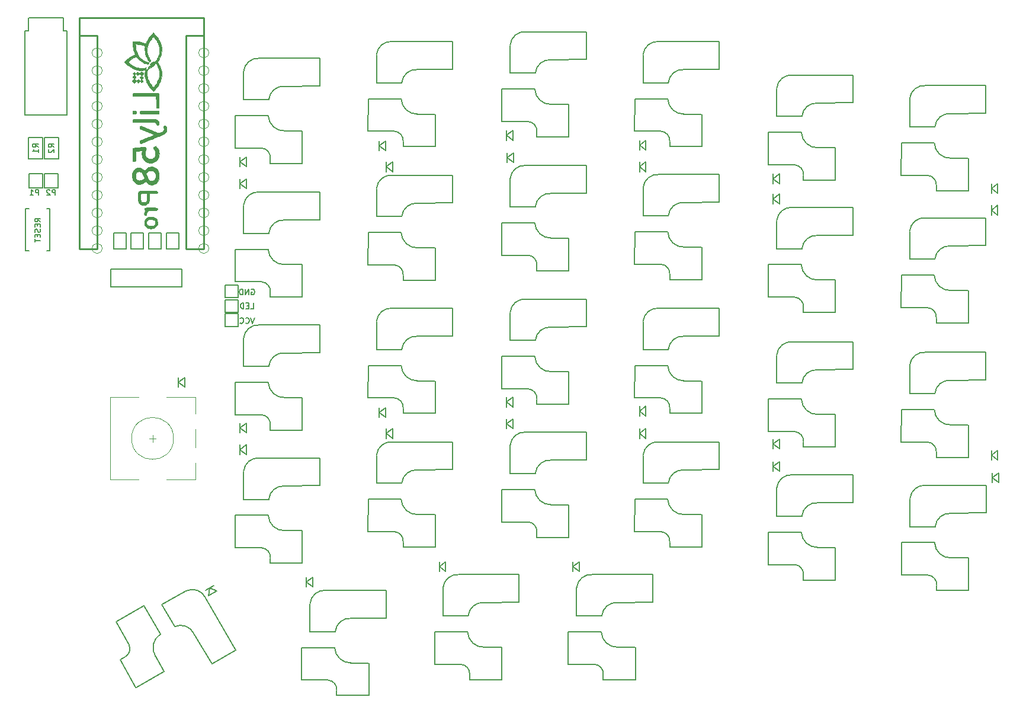
<source format=gbr>
G04 #@! TF.GenerationSoftware,KiCad,Pcbnew,(5.1.12)-1*
G04 #@! TF.CreationDate,2021-12-11T09:13:36+00:00*
G04 #@! TF.ProjectId,Lily58_Pro,4c696c79-3538-45f5-9072-6f2e6b696361,rev?*
G04 #@! TF.SameCoordinates,Original*
G04 #@! TF.FileFunction,Legend,Bot*
G04 #@! TF.FilePolarity,Positive*
%FSLAX46Y46*%
G04 Gerber Fmt 4.6, Leading zero omitted, Abs format (unit mm)*
G04 Created by KiCad (PCBNEW (5.1.12)-1) date 2021-12-11 09:13:36*
%MOMM*%
%LPD*%
G01*
G04 APERTURE LIST*
%ADD10C,0.010000*%
%ADD11C,0.150000*%
%ADD12C,0.120000*%
%ADD13C,0.250000*%
%ADD14C,0.100000*%
G04 APERTURE END LIST*
D10*
G36*
X99583169Y-55216808D02*
G01*
X99593613Y-55280472D01*
X99604881Y-55307707D01*
X99650414Y-55337493D01*
X99723177Y-55341405D01*
X99821245Y-55319583D01*
X99913766Y-55284918D01*
X99989549Y-55252899D01*
X100088564Y-55211526D01*
X100197856Y-55166193D01*
X100302308Y-55123180D01*
X100410743Y-55078673D01*
X100523193Y-55032441D01*
X100626061Y-54990079D01*
X100702847Y-54958382D01*
X100769578Y-54930879D01*
X100864104Y-54892060D01*
X100978034Y-54845364D01*
X101102978Y-54794227D01*
X101230546Y-54742090D01*
X101249924Y-54734178D01*
X101428316Y-54661320D01*
X101574478Y-54601569D01*
X101692372Y-54553292D01*
X101785957Y-54514856D01*
X101859195Y-54484630D01*
X101916046Y-54460981D01*
X101960472Y-54442276D01*
X101996434Y-54426885D01*
X102011924Y-54420163D01*
X102067794Y-54396544D01*
X102145176Y-54364759D01*
X102229199Y-54330901D01*
X102246385Y-54324063D01*
X102445617Y-54244114D01*
X102611967Y-54175185D01*
X102749400Y-54115288D01*
X102861884Y-54062432D01*
X102953383Y-54014628D01*
X103027863Y-53969887D01*
X103089291Y-53926220D01*
X103141632Y-53881637D01*
X103156295Y-53867650D01*
X103265621Y-53736070D01*
X103345052Y-53587389D01*
X103392457Y-53428350D01*
X103405708Y-53265696D01*
X103388858Y-53131077D01*
X103349328Y-52996925D01*
X103300423Y-52900222D01*
X103242279Y-52841157D01*
X103175029Y-52819919D01*
X103167527Y-52819889D01*
X103084894Y-52838401D01*
X103009303Y-52883883D01*
X102959540Y-52941923D01*
X102945007Y-52973205D01*
X102941691Y-53004623D01*
X102950568Y-53048056D01*
X102972618Y-53115379D01*
X102974194Y-53119902D01*
X103004155Y-53217949D01*
X103015315Y-53294259D01*
X103007945Y-53361203D01*
X102982312Y-53431152D01*
X102981034Y-53433923D01*
X102936268Y-53509116D01*
X102872576Y-53578410D01*
X102785714Y-53644781D01*
X102671438Y-53711206D01*
X102525505Y-53780661D01*
X102426887Y-53822601D01*
X102341227Y-53857541D01*
X102282708Y-53879115D01*
X102242291Y-53888726D01*
X102210939Y-53887779D01*
X102179615Y-53877679D01*
X102151646Y-53865365D01*
X102109135Y-53846720D01*
X102040518Y-53817162D01*
X101955703Y-53780940D01*
X101875154Y-53746768D01*
X101783385Y-53707932D01*
X101698159Y-53671813D01*
X101629736Y-53642763D01*
X101591847Y-53626620D01*
X101558729Y-53612460D01*
X101528378Y-53599539D01*
X101494836Y-53585355D01*
X101452145Y-53567405D01*
X101394346Y-53543187D01*
X101315482Y-53510198D01*
X101209593Y-53465937D01*
X101142462Y-53437881D01*
X101015175Y-53384639D01*
X100878098Y-53327221D01*
X100736313Y-53267764D01*
X100594902Y-53208404D01*
X100458945Y-53151278D01*
X100333525Y-53098521D01*
X100223722Y-53052270D01*
X100134619Y-53014661D01*
X100071296Y-52987830D01*
X100038836Y-52973914D01*
X100038539Y-52973783D01*
X99927230Y-52925567D01*
X99844561Y-52892112D01*
X99784007Y-52871143D01*
X99739043Y-52860381D01*
X99705349Y-52857538D01*
X99649064Y-52864034D01*
X99611865Y-52887500D01*
X99590256Y-52933902D01*
X99580743Y-53009206D01*
X99579385Y-53072526D01*
X99580264Y-53150362D01*
X99584807Y-53199262D01*
X99595874Y-53229361D01*
X99616326Y-53250793D01*
X99633116Y-53262904D01*
X99676339Y-53287516D01*
X99743393Y-53320192D01*
X99821671Y-53354874D01*
X99843154Y-53363820D01*
X99928271Y-53398774D01*
X100011734Y-53433111D01*
X100077829Y-53460364D01*
X100087385Y-53464315D01*
X100148521Y-53489174D01*
X100230197Y-53521814D01*
X100316518Y-53555892D01*
X100331616Y-53561803D01*
X100408219Y-53591891D01*
X100474563Y-53618193D01*
X100519315Y-53636211D01*
X100527000Y-53639398D01*
X100592135Y-53666492D01*
X100682811Y-53703705D01*
X100788285Y-53746655D01*
X100897811Y-53790959D01*
X100956847Y-53814702D01*
X101056382Y-53854898D01*
X101168074Y-53900400D01*
X101268013Y-53941465D01*
X101269462Y-53942064D01*
X101360280Y-53979158D01*
X101455081Y-54017128D01*
X101535031Y-54048439D01*
X101543000Y-54051493D01*
X101626133Y-54085311D01*
X101673536Y-54109505D01*
X101684566Y-54123675D01*
X101664802Y-54127538D01*
X101625154Y-54134899D01*
X101572560Y-54152806D01*
X101568086Y-54154665D01*
X101469930Y-54195229D01*
X101357955Y-54240105D01*
X101254064Y-54280548D01*
X101230385Y-54289519D01*
X101163480Y-54315217D01*
X101075652Y-54349694D01*
X100979349Y-54387986D01*
X100887022Y-54425123D01*
X100811117Y-54456141D01*
X100778280Y-54469899D01*
X100742841Y-54484450D01*
X100677071Y-54510911D01*
X100586997Y-54546880D01*
X100478650Y-54589951D01*
X100358059Y-54637721D01*
X100289819Y-54664684D01*
X100122091Y-54730923D01*
X99986903Y-54784454D01*
X99880446Y-54826911D01*
X99798908Y-54859928D01*
X99738480Y-54885138D01*
X99695352Y-54904174D01*
X99665714Y-54918671D01*
X99645755Y-54930261D01*
X99631665Y-54940579D01*
X99619635Y-54951256D01*
X99618147Y-54952641D01*
X99597050Y-54979579D01*
X99585115Y-55018121D01*
X99580063Y-55078754D01*
X99579385Y-55130796D01*
X99583169Y-55216808D01*
G37*
X99583169Y-55216808D02*
X99593613Y-55280472D01*
X99604881Y-55307707D01*
X99650414Y-55337493D01*
X99723177Y-55341405D01*
X99821245Y-55319583D01*
X99913766Y-55284918D01*
X99989549Y-55252899D01*
X100088564Y-55211526D01*
X100197856Y-55166193D01*
X100302308Y-55123180D01*
X100410743Y-55078673D01*
X100523193Y-55032441D01*
X100626061Y-54990079D01*
X100702847Y-54958382D01*
X100769578Y-54930879D01*
X100864104Y-54892060D01*
X100978034Y-54845364D01*
X101102978Y-54794227D01*
X101230546Y-54742090D01*
X101249924Y-54734178D01*
X101428316Y-54661320D01*
X101574478Y-54601569D01*
X101692372Y-54553292D01*
X101785957Y-54514856D01*
X101859195Y-54484630D01*
X101916046Y-54460981D01*
X101960472Y-54442276D01*
X101996434Y-54426885D01*
X102011924Y-54420163D01*
X102067794Y-54396544D01*
X102145176Y-54364759D01*
X102229199Y-54330901D01*
X102246385Y-54324063D01*
X102445617Y-54244114D01*
X102611967Y-54175185D01*
X102749400Y-54115288D01*
X102861884Y-54062432D01*
X102953383Y-54014628D01*
X103027863Y-53969887D01*
X103089291Y-53926220D01*
X103141632Y-53881637D01*
X103156295Y-53867650D01*
X103265621Y-53736070D01*
X103345052Y-53587389D01*
X103392457Y-53428350D01*
X103405708Y-53265696D01*
X103388858Y-53131077D01*
X103349328Y-52996925D01*
X103300423Y-52900222D01*
X103242279Y-52841157D01*
X103175029Y-52819919D01*
X103167527Y-52819889D01*
X103084894Y-52838401D01*
X103009303Y-52883883D01*
X102959540Y-52941923D01*
X102945007Y-52973205D01*
X102941691Y-53004623D01*
X102950568Y-53048056D01*
X102972618Y-53115379D01*
X102974194Y-53119902D01*
X103004155Y-53217949D01*
X103015315Y-53294259D01*
X103007945Y-53361203D01*
X102982312Y-53431152D01*
X102981034Y-53433923D01*
X102936268Y-53509116D01*
X102872576Y-53578410D01*
X102785714Y-53644781D01*
X102671438Y-53711206D01*
X102525505Y-53780661D01*
X102426887Y-53822601D01*
X102341227Y-53857541D01*
X102282708Y-53879115D01*
X102242291Y-53888726D01*
X102210939Y-53887779D01*
X102179615Y-53877679D01*
X102151646Y-53865365D01*
X102109135Y-53846720D01*
X102040518Y-53817162D01*
X101955703Y-53780940D01*
X101875154Y-53746768D01*
X101783385Y-53707932D01*
X101698159Y-53671813D01*
X101629736Y-53642763D01*
X101591847Y-53626620D01*
X101558729Y-53612460D01*
X101528378Y-53599539D01*
X101494836Y-53585355D01*
X101452145Y-53567405D01*
X101394346Y-53543187D01*
X101315482Y-53510198D01*
X101209593Y-53465937D01*
X101142462Y-53437881D01*
X101015175Y-53384639D01*
X100878098Y-53327221D01*
X100736313Y-53267764D01*
X100594902Y-53208404D01*
X100458945Y-53151278D01*
X100333525Y-53098521D01*
X100223722Y-53052270D01*
X100134619Y-53014661D01*
X100071296Y-52987830D01*
X100038836Y-52973914D01*
X100038539Y-52973783D01*
X99927230Y-52925567D01*
X99844561Y-52892112D01*
X99784007Y-52871143D01*
X99739043Y-52860381D01*
X99705349Y-52857538D01*
X99649064Y-52864034D01*
X99611865Y-52887500D01*
X99590256Y-52933902D01*
X99580743Y-53009206D01*
X99579385Y-53072526D01*
X99580264Y-53150362D01*
X99584807Y-53199262D01*
X99595874Y-53229361D01*
X99616326Y-53250793D01*
X99633116Y-53262904D01*
X99676339Y-53287516D01*
X99743393Y-53320192D01*
X99821671Y-53354874D01*
X99843154Y-53363820D01*
X99928271Y-53398774D01*
X100011734Y-53433111D01*
X100077829Y-53460364D01*
X100087385Y-53464315D01*
X100148521Y-53489174D01*
X100230197Y-53521814D01*
X100316518Y-53555892D01*
X100331616Y-53561803D01*
X100408219Y-53591891D01*
X100474563Y-53618193D01*
X100519315Y-53636211D01*
X100527000Y-53639398D01*
X100592135Y-53666492D01*
X100682811Y-53703705D01*
X100788285Y-53746655D01*
X100897811Y-53790959D01*
X100956847Y-53814702D01*
X101056382Y-53854898D01*
X101168074Y-53900400D01*
X101268013Y-53941465D01*
X101269462Y-53942064D01*
X101360280Y-53979158D01*
X101455081Y-54017128D01*
X101535031Y-54048439D01*
X101543000Y-54051493D01*
X101626133Y-54085311D01*
X101673536Y-54109505D01*
X101684566Y-54123675D01*
X101664802Y-54127538D01*
X101625154Y-54134899D01*
X101572560Y-54152806D01*
X101568086Y-54154665D01*
X101469930Y-54195229D01*
X101357955Y-54240105D01*
X101254064Y-54280548D01*
X101230385Y-54289519D01*
X101163480Y-54315217D01*
X101075652Y-54349694D01*
X100979349Y-54387986D01*
X100887022Y-54425123D01*
X100811117Y-54456141D01*
X100778280Y-54469899D01*
X100742841Y-54484450D01*
X100677071Y-54510911D01*
X100586997Y-54546880D01*
X100478650Y-54589951D01*
X100358059Y-54637721D01*
X100289819Y-54664684D01*
X100122091Y-54730923D01*
X99986903Y-54784454D01*
X99880446Y-54826911D01*
X99798908Y-54859928D01*
X99738480Y-54885138D01*
X99695352Y-54904174D01*
X99665714Y-54918671D01*
X99645755Y-54930261D01*
X99631665Y-54940579D01*
X99619635Y-54951256D01*
X99618147Y-54952641D01*
X99597050Y-54979579D01*
X99585115Y-55018121D01*
X99580063Y-55078754D01*
X99579385Y-55130796D01*
X99583169Y-55216808D01*
G36*
X97346259Y-43743774D02*
G01*
X97383468Y-43786951D01*
X97437819Y-43841802D01*
X97481457Y-43882344D01*
X97547746Y-43942228D01*
X97605808Y-43995130D01*
X97647699Y-44033788D01*
X97662187Y-44047538D01*
X97691096Y-44072370D01*
X97742836Y-44113631D01*
X97808806Y-44164536D01*
X97850231Y-44195832D01*
X98118961Y-44385457D01*
X98378003Y-44543108D01*
X98634256Y-44672196D01*
X98894620Y-44776128D01*
X99165995Y-44858313D01*
X99217555Y-44871307D01*
X99337167Y-44893242D01*
X99481645Y-44908284D01*
X99640364Y-44916355D01*
X99802697Y-44917376D01*
X99958018Y-44911270D01*
X100095701Y-44897958D01*
X100200656Y-44878523D01*
X100269797Y-44861974D01*
X100322557Y-44851434D01*
X100349128Y-44848817D01*
X100350359Y-44849322D01*
X100349979Y-44870311D01*
X100343288Y-44921202D01*
X100331512Y-44993555D01*
X100320996Y-45051923D01*
X100286242Y-45343642D01*
X100289280Y-45641257D01*
X100329775Y-45942094D01*
X100407391Y-46243481D01*
X100502162Y-46497769D01*
X100540859Y-46582100D01*
X100592929Y-46687016D01*
X100651832Y-46800096D01*
X100711024Y-46908920D01*
X100763964Y-47001068D01*
X100786866Y-47038295D01*
X100830194Y-47104792D01*
X100878344Y-47176486D01*
X100925217Y-47244557D01*
X100964717Y-47300185D01*
X100990746Y-47334551D01*
X100994992Y-47339369D01*
X101019672Y-47367742D01*
X101055195Y-47411773D01*
X101064308Y-47423457D01*
X101115065Y-47485932D01*
X101184867Y-47567615D01*
X101265778Y-47659444D01*
X101349862Y-47752361D01*
X101396462Y-47802651D01*
X101484385Y-47896572D01*
X101558673Y-47826367D01*
X101676690Y-47706939D01*
X101804411Y-47564209D01*
X101932840Y-47409186D01*
X102052979Y-47252881D01*
X102155832Y-47106301D01*
X102187770Y-47056630D01*
X102209856Y-47021420D01*
X102242519Y-46969556D01*
X102256654Y-46947154D01*
X102312950Y-46849640D01*
X102375826Y-46727173D01*
X102439661Y-46591919D01*
X102498834Y-46456048D01*
X102547723Y-46331729D01*
X102568065Y-46273077D01*
X102647752Y-45984137D01*
X102693671Y-45708321D01*
X102705816Y-45439080D01*
X102684180Y-45169860D01*
X102628755Y-44894110D01*
X102566466Y-44683449D01*
X102529204Y-44581587D01*
X102480555Y-44463474D01*
X102425109Y-44338950D01*
X102367453Y-44217851D01*
X102312178Y-44110016D01*
X102263872Y-44025282D01*
X102248077Y-44000863D01*
X102217893Y-43954399D01*
X102199824Y-43922366D01*
X102197539Y-43915760D01*
X102188018Y-43897112D01*
X102157991Y-43855981D01*
X102105261Y-43789424D01*
X102080014Y-43758324D01*
X102067843Y-43741739D01*
X102064363Y-43725089D01*
X102072584Y-43700967D01*
X102095519Y-43661964D01*
X102136179Y-43600674D01*
X102156078Y-43571220D01*
X102331013Y-43284980D01*
X102473772Y-42992616D01*
X102583171Y-42697678D01*
X102658024Y-42403720D01*
X102697146Y-42114293D01*
X102702878Y-41932469D01*
X102701173Y-41834720D01*
X102698502Y-41747370D01*
X102695234Y-41680013D01*
X102691773Y-41642461D01*
X102654157Y-41463515D01*
X102602328Y-41271859D01*
X102540813Y-41081976D01*
X102474134Y-40908347D01*
X102435381Y-40821846D01*
X102376177Y-40704774D01*
X102307033Y-40578607D01*
X102232948Y-40451575D01*
X102158921Y-40331913D01*
X102089950Y-40227852D01*
X102031035Y-40147625D01*
X102012265Y-40125033D01*
X101987203Y-40094441D01*
X101953044Y-40050679D01*
X101950142Y-40046880D01*
X101875807Y-39952466D01*
X101797072Y-39857789D01*
X101718500Y-39767778D01*
X101644653Y-39687361D01*
X101580091Y-39621470D01*
X101529378Y-39575033D01*
X101497074Y-39552980D01*
X101494022Y-39552293D01*
X101494022Y-40089154D01*
X101592905Y-40196615D01*
X101649544Y-40262614D01*
X101720153Y-40351410D01*
X101797352Y-40453070D01*
X101873764Y-40557659D01*
X101942010Y-40655245D01*
X101994714Y-40735895D01*
X102000486Y-40745359D01*
X102052315Y-40838032D01*
X102110843Y-40953364D01*
X102170803Y-41079905D01*
X102226928Y-41206204D01*
X102273952Y-41320813D01*
X102305261Y-41408000D01*
X102342918Y-41547372D01*
X102374763Y-41705022D01*
X102397858Y-41863638D01*
X102409263Y-42005911D01*
X102409758Y-42023461D01*
X102407746Y-42086546D01*
X102400692Y-42173677D01*
X102389887Y-42270343D01*
X102383652Y-42316538D01*
X102341455Y-42534542D01*
X102276721Y-42750617D01*
X102186767Y-42971856D01*
X102068909Y-43205348D01*
X102003649Y-43320423D01*
X101919191Y-43452761D01*
X101837891Y-43551826D01*
X101835231Y-43554053D01*
X101835231Y-43889384D01*
X101860029Y-43905885D01*
X101898648Y-43951576D01*
X101947349Y-44020737D01*
X102002392Y-44107650D01*
X102060035Y-44206597D01*
X102116539Y-44311859D01*
X102133537Y-44345476D01*
X102229189Y-44553534D01*
X102300818Y-44748044D01*
X102352802Y-44942301D01*
X102382306Y-45100769D01*
X102399989Y-45230760D01*
X102408175Y-45342770D01*
X102406899Y-45451998D01*
X102396192Y-45573642D01*
X102383562Y-45671072D01*
X102333944Y-45913780D01*
X102253054Y-46166620D01*
X102143964Y-46421074D01*
X102046982Y-46605231D01*
X101989634Y-46700130D01*
X101922045Y-46803116D01*
X101848112Y-46909157D01*
X101771730Y-47013222D01*
X101696796Y-47110279D01*
X101627205Y-47195296D01*
X101566853Y-47263244D01*
X101519636Y-47309090D01*
X101489451Y-47327803D01*
X101487319Y-47327989D01*
X101462930Y-47312502D01*
X101420834Y-47269746D01*
X101365000Y-47204969D01*
X101299395Y-47123417D01*
X101227987Y-47030337D01*
X101154745Y-46930976D01*
X101083635Y-46830581D01*
X101018625Y-46734399D01*
X100963684Y-46647676D01*
X100933369Y-46595461D01*
X100840275Y-46418011D01*
X100766613Y-46256845D01*
X100706801Y-46098228D01*
X100655257Y-45928422D01*
X100641759Y-45877818D01*
X100601751Y-45666823D01*
X100585011Y-45440105D01*
X100591640Y-45211882D01*
X100621737Y-44996376D01*
X100635166Y-44937094D01*
X100683308Y-44744111D01*
X100868924Y-44651956D01*
X101074511Y-44545393D01*
X101245530Y-44446406D01*
X101385174Y-44352507D01*
X101496634Y-44261210D01*
X101583102Y-44170027D01*
X101647769Y-44076471D01*
X101674822Y-44023927D01*
X101725049Y-43944677D01*
X101786079Y-43899399D01*
X101835231Y-43889384D01*
X101835231Y-43554053D01*
X101753705Y-43622327D01*
X101660589Y-43668971D01*
X101552500Y-43696462D01*
X101513693Y-43701992D01*
X101387725Y-43723810D01*
X101289435Y-43756961D01*
X101208185Y-43805086D01*
X101204672Y-43807728D01*
X101158596Y-43849458D01*
X101109610Y-43904366D01*
X101063634Y-43964155D01*
X101026591Y-44020531D01*
X101004398Y-44065198D01*
X101002978Y-44089861D01*
X101003172Y-44090064D01*
X101030230Y-44097910D01*
X101084791Y-44101934D01*
X101155397Y-44101332D01*
X101160266Y-44101113D01*
X101231071Y-44098641D01*
X101268476Y-44100334D01*
X101278030Y-44107219D01*
X101265284Y-44120321D01*
X101265060Y-44120488D01*
X101227427Y-44145983D01*
X101170203Y-44181751D01*
X101102011Y-44222761D01*
X101031476Y-44263982D01*
X100967221Y-44300384D01*
X100917869Y-44326936D01*
X100892044Y-44338607D01*
X100890891Y-44338769D01*
X100861617Y-44355758D01*
X100824604Y-44400834D01*
X100784912Y-44465165D01*
X100747600Y-44539916D01*
X100717727Y-44616254D01*
X100704203Y-44664748D01*
X100693772Y-44695505D01*
X100672897Y-44718656D01*
X100633189Y-44739870D01*
X100566259Y-44764814D01*
X100545754Y-44771803D01*
X100470383Y-44796518D01*
X100425029Y-44805360D01*
X100405411Y-44793444D01*
X100407249Y-44755881D01*
X100426264Y-44687784D01*
X100438288Y-44649079D01*
X100456897Y-44585805D01*
X100468513Y-44539365D01*
X100470643Y-44520130D01*
X100450459Y-44522432D01*
X100406362Y-44535127D01*
X100382349Y-44543257D01*
X100288601Y-44569954D01*
X100170301Y-44594440D01*
X100041975Y-44614415D01*
X99918148Y-44627579D01*
X99823616Y-44631705D01*
X99663009Y-44622541D01*
X99483200Y-44596794D01*
X99299050Y-44557029D01*
X99159308Y-44517077D01*
X98935109Y-44433756D01*
X98712816Y-44328037D01*
X98488045Y-44197240D01*
X98256412Y-44038684D01*
X98013535Y-43849689D01*
X97869933Y-43728653D01*
X97863154Y-43706842D01*
X97872658Y-43698071D01*
X97897418Y-43679190D01*
X97942490Y-43642051D01*
X97998801Y-43594151D01*
X98007613Y-43586538D01*
X98213679Y-43422761D01*
X98443991Y-43265222D01*
X98683872Y-43123654D01*
X98786481Y-43070027D01*
X98880861Y-43023897D01*
X98963253Y-42985824D01*
X99027286Y-42958578D01*
X99066589Y-42944932D01*
X99075465Y-42944290D01*
X99095313Y-42965984D01*
X99126158Y-43008941D01*
X99142435Y-43033914D01*
X99229418Y-43152383D01*
X99343551Y-43279092D01*
X99476302Y-43406341D01*
X99619144Y-43526431D01*
X99763545Y-43631664D01*
X99889502Y-43708232D01*
X100089004Y-43809137D01*
X100285217Y-43895623D01*
X100468313Y-43963580D01*
X100580840Y-43997251D01*
X100650758Y-44014912D01*
X100693829Y-44022080D01*
X100720858Y-44018722D01*
X100742648Y-44004808D01*
X100751802Y-43996747D01*
X100780904Y-43964242D01*
X100790770Y-43943169D01*
X100801862Y-43916280D01*
X100828643Y-43876713D01*
X100829580Y-43875516D01*
X100853853Y-43837466D01*
X100859817Y-43812442D01*
X100859418Y-43811657D01*
X100837264Y-43799333D01*
X100788199Y-43781388D01*
X100727800Y-43763133D01*
X100484011Y-43682510D01*
X100243171Y-43578371D01*
X100019733Y-43457302D01*
X99928548Y-43398940D01*
X99872474Y-43356357D01*
X99800217Y-43295029D01*
X99720433Y-43223036D01*
X99641777Y-43148460D01*
X99572907Y-43079383D01*
X99522479Y-43023885D01*
X99510192Y-43008363D01*
X99349352Y-42760780D01*
X99211613Y-42486614D01*
X99099200Y-42192313D01*
X99014335Y-41884325D01*
X98959241Y-41569099D01*
X98939936Y-41354269D01*
X98929004Y-41154000D01*
X99053925Y-41154004D01*
X99187522Y-41161109D01*
X99347428Y-41181064D01*
X99523820Y-41211835D01*
X99706875Y-41251388D01*
X99886771Y-41297691D01*
X100053684Y-41348711D01*
X100136407Y-41378051D01*
X100224142Y-41411147D01*
X100281183Y-41435852D01*
X100312939Y-41458723D01*
X100324821Y-41486321D01*
X100322239Y-41525203D01*
X100310602Y-41581928D01*
X100309375Y-41587754D01*
X100287175Y-41752246D01*
X100282369Y-41941725D01*
X100294115Y-42146619D01*
X100321567Y-42357354D01*
X100363883Y-42564359D01*
X100409805Y-42726846D01*
X100449255Y-42833770D01*
X100504322Y-42963040D01*
X100569778Y-43103948D01*
X100640394Y-43245787D01*
X100710943Y-43377850D01*
X100776195Y-43489430D01*
X100800973Y-43527923D01*
X100856008Y-43609843D01*
X100894801Y-43663167D01*
X100923379Y-43691410D01*
X100947766Y-43698088D01*
X100973991Y-43686716D01*
X101008078Y-43660809D01*
X101016824Y-43653832D01*
X101066849Y-43615241D01*
X101107127Y-43586199D01*
X101119633Y-43578229D01*
X101127630Y-43562127D01*
X101116220Y-43529251D01*
X101083095Y-43474305D01*
X101058662Y-43438331D01*
X101008880Y-43360755D01*
X100949299Y-43258997D01*
X100886157Y-43144509D01*
X100825696Y-43028742D01*
X100774155Y-42923147D01*
X100755687Y-42882347D01*
X100720225Y-42788300D01*
X100683371Y-42668565D01*
X100648484Y-42536239D01*
X100618925Y-42404420D01*
X100598055Y-42286205D01*
X100593308Y-42249433D01*
X100581343Y-42020036D01*
X100598588Y-41791777D01*
X100646016Y-41553257D01*
X100655909Y-41515461D01*
X100683760Y-41420937D01*
X100718640Y-41315625D01*
X100757180Y-41208418D01*
X100796010Y-41108209D01*
X100831757Y-41023891D01*
X100861053Y-40964359D01*
X100870651Y-40948846D01*
X100887114Y-40921814D01*
X100915036Y-40872803D01*
X100937837Y-40831615D01*
X100990021Y-40744074D01*
X101060262Y-40637052D01*
X101141227Y-40520775D01*
X101225582Y-40405466D01*
X101305997Y-40301351D01*
X101375137Y-40218654D01*
X101386230Y-40206384D01*
X101494022Y-40089154D01*
X101494022Y-39552293D01*
X101492040Y-39551846D01*
X101464331Y-39566720D01*
X101417169Y-39608281D01*
X101354521Y-39671936D01*
X101280355Y-39753093D01*
X101198641Y-39847158D01*
X101113346Y-39949540D01*
X101028440Y-40055646D01*
X100947889Y-40160884D01*
X100875664Y-40260660D01*
X100860031Y-40283253D01*
X100799146Y-40377104D01*
X100732986Y-40487418D01*
X100665617Y-40606524D01*
X100601108Y-40726749D01*
X100543525Y-40840423D01*
X100496935Y-40939874D01*
X100465406Y-41017430D01*
X100457264Y-41042963D01*
X100441779Y-41090471D01*
X100422835Y-41108843D01*
X100388309Y-41107045D01*
X100374472Y-41104207D01*
X100325078Y-41091020D01*
X100292843Y-41077791D01*
X100292539Y-41077588D01*
X100255224Y-41058582D01*
X100190885Y-41031844D01*
X100109813Y-41001243D01*
X100022298Y-40970650D01*
X99938632Y-40943933D01*
X99931077Y-40941683D01*
X99703405Y-40880500D01*
X99481165Y-40834206D01*
X99252265Y-40800898D01*
X99004612Y-40778673D01*
X98838612Y-40769721D01*
X98537455Y-40756853D01*
X98550375Y-41087311D01*
X98572486Y-41399629D01*
X98613167Y-41702577D01*
X98662479Y-41948522D01*
X98682839Y-42024602D01*
X98711923Y-42120561D01*
X98746235Y-42226109D01*
X98782279Y-42330959D01*
X98816559Y-42424821D01*
X98845577Y-42497408D01*
X98858666Y-42525798D01*
X98882050Y-42578096D01*
X98894767Y-42618841D01*
X98895539Y-42625993D01*
X98878050Y-42647454D01*
X98830896Y-42674686D01*
X98773424Y-42698828D01*
X98704991Y-42726754D01*
X98619865Y-42765329D01*
X98526775Y-42810143D01*
X98434448Y-42856787D01*
X98351615Y-42900848D01*
X98287003Y-42937918D01*
X98249342Y-42963586D01*
X98249231Y-42963683D01*
X98217338Y-42985735D01*
X98202866Y-42990615D01*
X98177764Y-43002196D01*
X98127555Y-43034354D01*
X98057613Y-43083211D01*
X97973311Y-43144891D01*
X97880022Y-43215514D01*
X97783118Y-43291204D01*
X97752539Y-43315608D01*
X97642370Y-43406361D01*
X97542924Y-43492776D01*
X97458208Y-43571003D01*
X97392229Y-43637194D01*
X97348995Y-43687498D01*
X97332513Y-43718067D01*
X97332462Y-43719142D01*
X97346259Y-43743774D01*
G37*
X97346259Y-43743774D02*
X97383468Y-43786951D01*
X97437819Y-43841802D01*
X97481457Y-43882344D01*
X97547746Y-43942228D01*
X97605808Y-43995130D01*
X97647699Y-44033788D01*
X97662187Y-44047538D01*
X97691096Y-44072370D01*
X97742836Y-44113631D01*
X97808806Y-44164536D01*
X97850231Y-44195832D01*
X98118961Y-44385457D01*
X98378003Y-44543108D01*
X98634256Y-44672196D01*
X98894620Y-44776128D01*
X99165995Y-44858313D01*
X99217555Y-44871307D01*
X99337167Y-44893242D01*
X99481645Y-44908284D01*
X99640364Y-44916355D01*
X99802697Y-44917376D01*
X99958018Y-44911270D01*
X100095701Y-44897958D01*
X100200656Y-44878523D01*
X100269797Y-44861974D01*
X100322557Y-44851434D01*
X100349128Y-44848817D01*
X100350359Y-44849322D01*
X100349979Y-44870311D01*
X100343288Y-44921202D01*
X100331512Y-44993555D01*
X100320996Y-45051923D01*
X100286242Y-45343642D01*
X100289280Y-45641257D01*
X100329775Y-45942094D01*
X100407391Y-46243481D01*
X100502162Y-46497769D01*
X100540859Y-46582100D01*
X100592929Y-46687016D01*
X100651832Y-46800096D01*
X100711024Y-46908920D01*
X100763964Y-47001068D01*
X100786866Y-47038295D01*
X100830194Y-47104792D01*
X100878344Y-47176486D01*
X100925217Y-47244557D01*
X100964717Y-47300185D01*
X100990746Y-47334551D01*
X100994992Y-47339369D01*
X101019672Y-47367742D01*
X101055195Y-47411773D01*
X101064308Y-47423457D01*
X101115065Y-47485932D01*
X101184867Y-47567615D01*
X101265778Y-47659444D01*
X101349862Y-47752361D01*
X101396462Y-47802651D01*
X101484385Y-47896572D01*
X101558673Y-47826367D01*
X101676690Y-47706939D01*
X101804411Y-47564209D01*
X101932840Y-47409186D01*
X102052979Y-47252881D01*
X102155832Y-47106301D01*
X102187770Y-47056630D01*
X102209856Y-47021420D01*
X102242519Y-46969556D01*
X102256654Y-46947154D01*
X102312950Y-46849640D01*
X102375826Y-46727173D01*
X102439661Y-46591919D01*
X102498834Y-46456048D01*
X102547723Y-46331729D01*
X102568065Y-46273077D01*
X102647752Y-45984137D01*
X102693671Y-45708321D01*
X102705816Y-45439080D01*
X102684180Y-45169860D01*
X102628755Y-44894110D01*
X102566466Y-44683449D01*
X102529204Y-44581587D01*
X102480555Y-44463474D01*
X102425109Y-44338950D01*
X102367453Y-44217851D01*
X102312178Y-44110016D01*
X102263872Y-44025282D01*
X102248077Y-44000863D01*
X102217893Y-43954399D01*
X102199824Y-43922366D01*
X102197539Y-43915760D01*
X102188018Y-43897112D01*
X102157991Y-43855981D01*
X102105261Y-43789424D01*
X102080014Y-43758324D01*
X102067843Y-43741739D01*
X102064363Y-43725089D01*
X102072584Y-43700967D01*
X102095519Y-43661964D01*
X102136179Y-43600674D01*
X102156078Y-43571220D01*
X102331013Y-43284980D01*
X102473772Y-42992616D01*
X102583171Y-42697678D01*
X102658024Y-42403720D01*
X102697146Y-42114293D01*
X102702878Y-41932469D01*
X102701173Y-41834720D01*
X102698502Y-41747370D01*
X102695234Y-41680013D01*
X102691773Y-41642461D01*
X102654157Y-41463515D01*
X102602328Y-41271859D01*
X102540813Y-41081976D01*
X102474134Y-40908347D01*
X102435381Y-40821846D01*
X102376177Y-40704774D01*
X102307033Y-40578607D01*
X102232948Y-40451575D01*
X102158921Y-40331913D01*
X102089950Y-40227852D01*
X102031035Y-40147625D01*
X102012265Y-40125033D01*
X101987203Y-40094441D01*
X101953044Y-40050679D01*
X101950142Y-40046880D01*
X101875807Y-39952466D01*
X101797072Y-39857789D01*
X101718500Y-39767778D01*
X101644653Y-39687361D01*
X101580091Y-39621470D01*
X101529378Y-39575033D01*
X101497074Y-39552980D01*
X101494022Y-39552293D01*
X101494022Y-40089154D01*
X101592905Y-40196615D01*
X101649544Y-40262614D01*
X101720153Y-40351410D01*
X101797352Y-40453070D01*
X101873764Y-40557659D01*
X101942010Y-40655245D01*
X101994714Y-40735895D01*
X102000486Y-40745359D01*
X102052315Y-40838032D01*
X102110843Y-40953364D01*
X102170803Y-41079905D01*
X102226928Y-41206204D01*
X102273952Y-41320813D01*
X102305261Y-41408000D01*
X102342918Y-41547372D01*
X102374763Y-41705022D01*
X102397858Y-41863638D01*
X102409263Y-42005911D01*
X102409758Y-42023461D01*
X102407746Y-42086546D01*
X102400692Y-42173677D01*
X102389887Y-42270343D01*
X102383652Y-42316538D01*
X102341455Y-42534542D01*
X102276721Y-42750617D01*
X102186767Y-42971856D01*
X102068909Y-43205348D01*
X102003649Y-43320423D01*
X101919191Y-43452761D01*
X101837891Y-43551826D01*
X101835231Y-43554053D01*
X101835231Y-43889384D01*
X101860029Y-43905885D01*
X101898648Y-43951576D01*
X101947349Y-44020737D01*
X102002392Y-44107650D01*
X102060035Y-44206597D01*
X102116539Y-44311859D01*
X102133537Y-44345476D01*
X102229189Y-44553534D01*
X102300818Y-44748044D01*
X102352802Y-44942301D01*
X102382306Y-45100769D01*
X102399989Y-45230760D01*
X102408175Y-45342770D01*
X102406899Y-45451998D01*
X102396192Y-45573642D01*
X102383562Y-45671072D01*
X102333944Y-45913780D01*
X102253054Y-46166620D01*
X102143964Y-46421074D01*
X102046982Y-46605231D01*
X101989634Y-46700130D01*
X101922045Y-46803116D01*
X101848112Y-46909157D01*
X101771730Y-47013222D01*
X101696796Y-47110279D01*
X101627205Y-47195296D01*
X101566853Y-47263244D01*
X101519636Y-47309090D01*
X101489451Y-47327803D01*
X101487319Y-47327989D01*
X101462930Y-47312502D01*
X101420834Y-47269746D01*
X101365000Y-47204969D01*
X101299395Y-47123417D01*
X101227987Y-47030337D01*
X101154745Y-46930976D01*
X101083635Y-46830581D01*
X101018625Y-46734399D01*
X100963684Y-46647676D01*
X100933369Y-46595461D01*
X100840275Y-46418011D01*
X100766613Y-46256845D01*
X100706801Y-46098228D01*
X100655257Y-45928422D01*
X100641759Y-45877818D01*
X100601751Y-45666823D01*
X100585011Y-45440105D01*
X100591640Y-45211882D01*
X100621737Y-44996376D01*
X100635166Y-44937094D01*
X100683308Y-44744111D01*
X100868924Y-44651956D01*
X101074511Y-44545393D01*
X101245530Y-44446406D01*
X101385174Y-44352507D01*
X101496634Y-44261210D01*
X101583102Y-44170027D01*
X101647769Y-44076471D01*
X101674822Y-44023927D01*
X101725049Y-43944677D01*
X101786079Y-43899399D01*
X101835231Y-43889384D01*
X101835231Y-43554053D01*
X101753705Y-43622327D01*
X101660589Y-43668971D01*
X101552500Y-43696462D01*
X101513693Y-43701992D01*
X101387725Y-43723810D01*
X101289435Y-43756961D01*
X101208185Y-43805086D01*
X101204672Y-43807728D01*
X101158596Y-43849458D01*
X101109610Y-43904366D01*
X101063634Y-43964155D01*
X101026591Y-44020531D01*
X101004398Y-44065198D01*
X101002978Y-44089861D01*
X101003172Y-44090064D01*
X101030230Y-44097910D01*
X101084791Y-44101934D01*
X101155397Y-44101332D01*
X101160266Y-44101113D01*
X101231071Y-44098641D01*
X101268476Y-44100334D01*
X101278030Y-44107219D01*
X101265284Y-44120321D01*
X101265060Y-44120488D01*
X101227427Y-44145983D01*
X101170203Y-44181751D01*
X101102011Y-44222761D01*
X101031476Y-44263982D01*
X100967221Y-44300384D01*
X100917869Y-44326936D01*
X100892044Y-44338607D01*
X100890891Y-44338769D01*
X100861617Y-44355758D01*
X100824604Y-44400834D01*
X100784912Y-44465165D01*
X100747600Y-44539916D01*
X100717727Y-44616254D01*
X100704203Y-44664748D01*
X100693772Y-44695505D01*
X100672897Y-44718656D01*
X100633189Y-44739870D01*
X100566259Y-44764814D01*
X100545754Y-44771803D01*
X100470383Y-44796518D01*
X100425029Y-44805360D01*
X100405411Y-44793444D01*
X100407249Y-44755881D01*
X100426264Y-44687784D01*
X100438288Y-44649079D01*
X100456897Y-44585805D01*
X100468513Y-44539365D01*
X100470643Y-44520130D01*
X100450459Y-44522432D01*
X100406362Y-44535127D01*
X100382349Y-44543257D01*
X100288601Y-44569954D01*
X100170301Y-44594440D01*
X100041975Y-44614415D01*
X99918148Y-44627579D01*
X99823616Y-44631705D01*
X99663009Y-44622541D01*
X99483200Y-44596794D01*
X99299050Y-44557029D01*
X99159308Y-44517077D01*
X98935109Y-44433756D01*
X98712816Y-44328037D01*
X98488045Y-44197240D01*
X98256412Y-44038684D01*
X98013535Y-43849689D01*
X97869933Y-43728653D01*
X97863154Y-43706842D01*
X97872658Y-43698071D01*
X97897418Y-43679190D01*
X97942490Y-43642051D01*
X97998801Y-43594151D01*
X98007613Y-43586538D01*
X98213679Y-43422761D01*
X98443991Y-43265222D01*
X98683872Y-43123654D01*
X98786481Y-43070027D01*
X98880861Y-43023897D01*
X98963253Y-42985824D01*
X99027286Y-42958578D01*
X99066589Y-42944932D01*
X99075465Y-42944290D01*
X99095313Y-42965984D01*
X99126158Y-43008941D01*
X99142435Y-43033914D01*
X99229418Y-43152383D01*
X99343551Y-43279092D01*
X99476302Y-43406341D01*
X99619144Y-43526431D01*
X99763545Y-43631664D01*
X99889502Y-43708232D01*
X100089004Y-43809137D01*
X100285217Y-43895623D01*
X100468313Y-43963580D01*
X100580840Y-43997251D01*
X100650758Y-44014912D01*
X100693829Y-44022080D01*
X100720858Y-44018722D01*
X100742648Y-44004808D01*
X100751802Y-43996747D01*
X100780904Y-43964242D01*
X100790770Y-43943169D01*
X100801862Y-43916280D01*
X100828643Y-43876713D01*
X100829580Y-43875516D01*
X100853853Y-43837466D01*
X100859817Y-43812442D01*
X100859418Y-43811657D01*
X100837264Y-43799333D01*
X100788199Y-43781388D01*
X100727800Y-43763133D01*
X100484011Y-43682510D01*
X100243171Y-43578371D01*
X100019733Y-43457302D01*
X99928548Y-43398940D01*
X99872474Y-43356357D01*
X99800217Y-43295029D01*
X99720433Y-43223036D01*
X99641777Y-43148460D01*
X99572907Y-43079383D01*
X99522479Y-43023885D01*
X99510192Y-43008363D01*
X99349352Y-42760780D01*
X99211613Y-42486614D01*
X99099200Y-42192313D01*
X99014335Y-41884325D01*
X98959241Y-41569099D01*
X98939936Y-41354269D01*
X98929004Y-41154000D01*
X99053925Y-41154004D01*
X99187522Y-41161109D01*
X99347428Y-41181064D01*
X99523820Y-41211835D01*
X99706875Y-41251388D01*
X99886771Y-41297691D01*
X100053684Y-41348711D01*
X100136407Y-41378051D01*
X100224142Y-41411147D01*
X100281183Y-41435852D01*
X100312939Y-41458723D01*
X100324821Y-41486321D01*
X100322239Y-41525203D01*
X100310602Y-41581928D01*
X100309375Y-41587754D01*
X100287175Y-41752246D01*
X100282369Y-41941725D01*
X100294115Y-42146619D01*
X100321567Y-42357354D01*
X100363883Y-42564359D01*
X100409805Y-42726846D01*
X100449255Y-42833770D01*
X100504322Y-42963040D01*
X100569778Y-43103948D01*
X100640394Y-43245787D01*
X100710943Y-43377850D01*
X100776195Y-43489430D01*
X100800973Y-43527923D01*
X100856008Y-43609843D01*
X100894801Y-43663167D01*
X100923379Y-43691410D01*
X100947766Y-43698088D01*
X100973991Y-43686716D01*
X101008078Y-43660809D01*
X101016824Y-43653832D01*
X101066849Y-43615241D01*
X101107127Y-43586199D01*
X101119633Y-43578229D01*
X101127630Y-43562127D01*
X101116220Y-43529251D01*
X101083095Y-43474305D01*
X101058662Y-43438331D01*
X101008880Y-43360755D01*
X100949299Y-43258997D01*
X100886157Y-43144509D01*
X100825696Y-43028742D01*
X100774155Y-42923147D01*
X100755687Y-42882347D01*
X100720225Y-42788300D01*
X100683371Y-42668565D01*
X100648484Y-42536239D01*
X100618925Y-42404420D01*
X100598055Y-42286205D01*
X100593308Y-42249433D01*
X100581343Y-42020036D01*
X100598588Y-41791777D01*
X100646016Y-41553257D01*
X100655909Y-41515461D01*
X100683760Y-41420937D01*
X100718640Y-41315625D01*
X100757180Y-41208418D01*
X100796010Y-41108209D01*
X100831757Y-41023891D01*
X100861053Y-40964359D01*
X100870651Y-40948846D01*
X100887114Y-40921814D01*
X100915036Y-40872803D01*
X100937837Y-40831615D01*
X100990021Y-40744074D01*
X101060262Y-40637052D01*
X101141227Y-40520775D01*
X101225582Y-40405466D01*
X101305997Y-40301351D01*
X101375137Y-40218654D01*
X101386230Y-40206384D01*
X101494022Y-40089154D01*
X101494022Y-39552293D01*
X101492040Y-39551846D01*
X101464331Y-39566720D01*
X101417169Y-39608281D01*
X101354521Y-39671936D01*
X101280355Y-39753093D01*
X101198641Y-39847158D01*
X101113346Y-39949540D01*
X101028440Y-40055646D01*
X100947889Y-40160884D01*
X100875664Y-40260660D01*
X100860031Y-40283253D01*
X100799146Y-40377104D01*
X100732986Y-40487418D01*
X100665617Y-40606524D01*
X100601108Y-40726749D01*
X100543525Y-40840423D01*
X100496935Y-40939874D01*
X100465406Y-41017430D01*
X100457264Y-41042963D01*
X100441779Y-41090471D01*
X100422835Y-41108843D01*
X100388309Y-41107045D01*
X100374472Y-41104207D01*
X100325078Y-41091020D01*
X100292843Y-41077791D01*
X100292539Y-41077588D01*
X100255224Y-41058582D01*
X100190885Y-41031844D01*
X100109813Y-41001243D01*
X100022298Y-40970650D01*
X99938632Y-40943933D01*
X99931077Y-40941683D01*
X99703405Y-40880500D01*
X99481165Y-40834206D01*
X99252265Y-40800898D01*
X99004612Y-40778673D01*
X98838612Y-40769721D01*
X98537455Y-40756853D01*
X98550375Y-41087311D01*
X98572486Y-41399629D01*
X98613167Y-41702577D01*
X98662479Y-41948522D01*
X98682839Y-42024602D01*
X98711923Y-42120561D01*
X98746235Y-42226109D01*
X98782279Y-42330959D01*
X98816559Y-42424821D01*
X98845577Y-42497408D01*
X98858666Y-42525798D01*
X98882050Y-42578096D01*
X98894767Y-42618841D01*
X98895539Y-42625993D01*
X98878050Y-42647454D01*
X98830896Y-42674686D01*
X98773424Y-42698828D01*
X98704991Y-42726754D01*
X98619865Y-42765329D01*
X98526775Y-42810143D01*
X98434448Y-42856787D01*
X98351615Y-42900848D01*
X98287003Y-42937918D01*
X98249342Y-42963586D01*
X98249231Y-42963683D01*
X98217338Y-42985735D01*
X98202866Y-42990615D01*
X98177764Y-43002196D01*
X98127555Y-43034354D01*
X98057613Y-43083211D01*
X97973311Y-43144891D01*
X97880022Y-43215514D01*
X97783118Y-43291204D01*
X97752539Y-43315608D01*
X97642370Y-43406361D01*
X97542924Y-43492776D01*
X97458208Y-43571003D01*
X97392229Y-43637194D01*
X97348995Y-43687498D01*
X97332513Y-43718067D01*
X97332462Y-43719142D01*
X97346259Y-43743774D01*
G36*
X98544540Y-57503821D02*
G01*
X98547028Y-57622140D01*
X98551863Y-57714316D01*
X98559776Y-57783582D01*
X98571498Y-57833170D01*
X98587760Y-57866313D01*
X98609292Y-57886243D01*
X98636826Y-57896192D01*
X98671093Y-57899393D01*
X98712824Y-57899079D01*
X98756135Y-57898461D01*
X98837547Y-57895557D01*
X98892498Y-57885062D01*
X98933295Y-57864301D01*
X98941495Y-57858167D01*
X98992721Y-57817873D01*
X98997861Y-57150379D01*
X99003000Y-56482886D01*
X99198385Y-56459554D01*
X99401964Y-56435416D01*
X99569164Y-56415993D01*
X99702370Y-56401036D01*
X99803963Y-56390297D01*
X99876326Y-56383526D01*
X99921841Y-56380476D01*
X99942892Y-56380897D01*
X99944800Y-56381672D01*
X99943160Y-56402832D01*
X99931037Y-56450474D01*
X99911143Y-56514015D01*
X99868561Y-56697580D01*
X99857074Y-56895213D01*
X99875674Y-57098701D01*
X99923352Y-57299832D01*
X99999101Y-57490392D01*
X100040475Y-57567764D01*
X100156145Y-57729217D01*
X100301879Y-57872093D01*
X100471007Y-57991149D01*
X100656859Y-58081138D01*
X100722385Y-58104089D01*
X100831539Y-58127897D01*
X100964982Y-58140700D01*
X101109540Y-58142605D01*
X101252039Y-58133722D01*
X101379303Y-58114159D01*
X101440229Y-58098190D01*
X101646000Y-58013124D01*
X101828966Y-57896412D01*
X101989610Y-57747690D01*
X102106853Y-57598933D01*
X102198548Y-57433987D01*
X102266763Y-57244538D01*
X102309787Y-57038538D01*
X102325908Y-56823936D01*
X102315822Y-56628461D01*
X102272391Y-56410339D01*
X102192425Y-56198821D01*
X102089045Y-56012555D01*
X102026819Y-55924755D01*
X101959671Y-55845879D01*
X101894886Y-55783482D01*
X101839751Y-55745119D01*
X101825376Y-55739166D01*
X101782900Y-55742109D01*
X101721529Y-55766350D01*
X101651075Y-55806669D01*
X101581346Y-55857849D01*
X101550082Y-55885629D01*
X101509115Y-55943488D01*
X101493425Y-56007396D01*
X101504959Y-56064678D01*
X101519507Y-56084873D01*
X101581869Y-56158279D01*
X101648899Y-56252882D01*
X101710733Y-56353606D01*
X101757507Y-56445374D01*
X101761484Y-56454693D01*
X101785417Y-56517136D01*
X101800757Y-56573756D01*
X101809358Y-56636605D01*
X101813073Y-56717735D01*
X101813764Y-56794538D01*
X101812512Y-56899292D01*
X101807347Y-56976415D01*
X101796722Y-57037282D01*
X101779092Y-57093268D01*
X101770041Y-57116095D01*
X101688275Y-57270082D01*
X101581896Y-57399570D01*
X101470832Y-57489067D01*
X101324069Y-57562241D01*
X101170383Y-57599855D01*
X101015133Y-57603445D01*
X100863679Y-57574548D01*
X100721379Y-57514701D01*
X100593591Y-57425441D01*
X100485676Y-57308304D01*
X100412434Y-57185570D01*
X100361692Y-57058452D01*
X100333064Y-56932217D01*
X100324111Y-56792823D01*
X100327271Y-56695314D01*
X100336839Y-56588684D01*
X100353702Y-56502423D01*
X100382109Y-56417944D01*
X100401075Y-56372611D01*
X100445714Y-56243572D01*
X100464417Y-56124254D01*
X100457514Y-56019835D01*
X100425337Y-55935494D01*
X100369404Y-55877183D01*
X100342258Y-55863048D01*
X100307858Y-55853756D01*
X100261066Y-55849379D01*
X100196741Y-55849990D01*
X100109744Y-55855660D01*
X99994937Y-55866461D01*
X99847179Y-55882466D01*
X99826617Y-55884782D01*
X99694457Y-55899472D01*
X99555158Y-55914552D01*
X99422025Y-55928606D01*
X99308363Y-55940220D01*
X99266770Y-55944307D01*
X99094412Y-55961057D01*
X98956631Y-55974927D01*
X98849093Y-55986620D01*
X98767463Y-55996842D01*
X98707407Y-56006299D01*
X98664589Y-56015695D01*
X98634675Y-56025736D01*
X98613331Y-56037127D01*
X98596222Y-56050574D01*
X98592447Y-56054016D01*
X98543847Y-56099057D01*
X98543847Y-56959682D01*
X98543680Y-57175825D01*
X98543667Y-57356127D01*
X98544540Y-57503821D01*
G37*
X98544540Y-57503821D02*
X98547028Y-57622140D01*
X98551863Y-57714316D01*
X98559776Y-57783582D01*
X98571498Y-57833170D01*
X98587760Y-57866313D01*
X98609292Y-57886243D01*
X98636826Y-57896192D01*
X98671093Y-57899393D01*
X98712824Y-57899079D01*
X98756135Y-57898461D01*
X98837547Y-57895557D01*
X98892498Y-57885062D01*
X98933295Y-57864301D01*
X98941495Y-57858167D01*
X98992721Y-57817873D01*
X98997861Y-57150379D01*
X99003000Y-56482886D01*
X99198385Y-56459554D01*
X99401964Y-56435416D01*
X99569164Y-56415993D01*
X99702370Y-56401036D01*
X99803963Y-56390297D01*
X99876326Y-56383526D01*
X99921841Y-56380476D01*
X99942892Y-56380897D01*
X99944800Y-56381672D01*
X99943160Y-56402832D01*
X99931037Y-56450474D01*
X99911143Y-56514015D01*
X99868561Y-56697580D01*
X99857074Y-56895213D01*
X99875674Y-57098701D01*
X99923352Y-57299832D01*
X99999101Y-57490392D01*
X100040475Y-57567764D01*
X100156145Y-57729217D01*
X100301879Y-57872093D01*
X100471007Y-57991149D01*
X100656859Y-58081138D01*
X100722385Y-58104089D01*
X100831539Y-58127897D01*
X100964982Y-58140700D01*
X101109540Y-58142605D01*
X101252039Y-58133722D01*
X101379303Y-58114159D01*
X101440229Y-58098190D01*
X101646000Y-58013124D01*
X101828966Y-57896412D01*
X101989610Y-57747690D01*
X102106853Y-57598933D01*
X102198548Y-57433987D01*
X102266763Y-57244538D01*
X102309787Y-57038538D01*
X102325908Y-56823936D01*
X102315822Y-56628461D01*
X102272391Y-56410339D01*
X102192425Y-56198821D01*
X102089045Y-56012555D01*
X102026819Y-55924755D01*
X101959671Y-55845879D01*
X101894886Y-55783482D01*
X101839751Y-55745119D01*
X101825376Y-55739166D01*
X101782900Y-55742109D01*
X101721529Y-55766350D01*
X101651075Y-55806669D01*
X101581346Y-55857849D01*
X101550082Y-55885629D01*
X101509115Y-55943488D01*
X101493425Y-56007396D01*
X101504959Y-56064678D01*
X101519507Y-56084873D01*
X101581869Y-56158279D01*
X101648899Y-56252882D01*
X101710733Y-56353606D01*
X101757507Y-56445374D01*
X101761484Y-56454693D01*
X101785417Y-56517136D01*
X101800757Y-56573756D01*
X101809358Y-56636605D01*
X101813073Y-56717735D01*
X101813764Y-56794538D01*
X101812512Y-56899292D01*
X101807347Y-56976415D01*
X101796722Y-57037282D01*
X101779092Y-57093268D01*
X101770041Y-57116095D01*
X101688275Y-57270082D01*
X101581896Y-57399570D01*
X101470832Y-57489067D01*
X101324069Y-57562241D01*
X101170383Y-57599855D01*
X101015133Y-57603445D01*
X100863679Y-57574548D01*
X100721379Y-57514701D01*
X100593591Y-57425441D01*
X100485676Y-57308304D01*
X100412434Y-57185570D01*
X100361692Y-57058452D01*
X100333064Y-56932217D01*
X100324111Y-56792823D01*
X100327271Y-56695314D01*
X100336839Y-56588684D01*
X100353702Y-56502423D01*
X100382109Y-56417944D01*
X100401075Y-56372611D01*
X100445714Y-56243572D01*
X100464417Y-56124254D01*
X100457514Y-56019835D01*
X100425337Y-55935494D01*
X100369404Y-55877183D01*
X100342258Y-55863048D01*
X100307858Y-55853756D01*
X100261066Y-55849379D01*
X100196741Y-55849990D01*
X100109744Y-55855660D01*
X99994937Y-55866461D01*
X99847179Y-55882466D01*
X99826617Y-55884782D01*
X99694457Y-55899472D01*
X99555158Y-55914552D01*
X99422025Y-55928606D01*
X99308363Y-55940220D01*
X99266770Y-55944307D01*
X99094412Y-55961057D01*
X98956631Y-55974927D01*
X98849093Y-55986620D01*
X98767463Y-55996842D01*
X98707407Y-56006299D01*
X98664589Y-56015695D01*
X98634675Y-56025736D01*
X98613331Y-56037127D01*
X98596222Y-56050574D01*
X98592447Y-56054016D01*
X98543847Y-56099057D01*
X98543847Y-56959682D01*
X98543680Y-57175825D01*
X98543667Y-57356127D01*
X98544540Y-57503821D01*
G36*
X98485266Y-60149716D02*
G01*
X98516068Y-60358419D01*
X98571139Y-60551879D01*
X98636254Y-60697235D01*
X98695167Y-60786191D01*
X98774739Y-60880436D01*
X98863982Y-60968642D01*
X98951904Y-61039476D01*
X98993807Y-61065879D01*
X99163433Y-61137476D01*
X99347330Y-61173834D01*
X99542212Y-61174623D01*
X99740462Y-61140628D01*
X99889076Y-61093846D01*
X100031106Y-61029291D01*
X100177240Y-60941564D01*
X100284576Y-60865795D01*
X100436124Y-60753429D01*
X100468341Y-60802598D01*
X100584126Y-60951309D01*
X100721055Y-61080278D01*
X100868968Y-61179978D01*
X100873316Y-61182334D01*
X100930883Y-61211888D01*
X100979717Y-61231441D01*
X101031168Y-61243455D01*
X101096588Y-61250392D01*
X101187331Y-61254713D01*
X101210847Y-61255525D01*
X101310820Y-61257882D01*
X101383921Y-61256091D01*
X101442268Y-61248654D01*
X101497975Y-61234072D01*
X101558808Y-61212493D01*
X101749705Y-61120628D01*
X101915716Y-60999615D01*
X102055398Y-60851571D01*
X102167308Y-60678612D01*
X102250002Y-60482856D01*
X102302036Y-60266419D01*
X102319834Y-60096538D01*
X102322846Y-59994951D01*
X102322209Y-59891053D01*
X102318149Y-59802008D01*
X102315590Y-59774154D01*
X102274698Y-59559884D01*
X102204340Y-59363372D01*
X102107488Y-59187095D01*
X101987116Y-59033530D01*
X101846198Y-58905151D01*
X101687705Y-58804436D01*
X101514611Y-58733862D01*
X101329890Y-58695904D01*
X101155025Y-58693314D01*
X101155025Y-59227268D01*
X101251019Y-59229603D01*
X101322111Y-59237963D01*
X101382306Y-59254752D01*
X101428496Y-59274215D01*
X101566450Y-59359095D01*
X101681067Y-59471475D01*
X101769870Y-59605811D01*
X101830381Y-59756559D01*
X101860122Y-59918174D01*
X101856614Y-60085112D01*
X101836887Y-60187971D01*
X101777977Y-60349709D01*
X101693360Y-60486839D01*
X101585969Y-60596434D01*
X101458740Y-60675567D01*
X101314606Y-60721313D01*
X101299510Y-60723917D01*
X101222789Y-60724488D01*
X101128731Y-60707449D01*
X101110735Y-60702511D01*
X101018499Y-60665398D01*
X100935383Y-60608016D01*
X100857599Y-60526154D01*
X100781360Y-60415597D01*
X100702876Y-60272132D01*
X100677833Y-60221015D01*
X100633861Y-60128070D01*
X100595188Y-60044029D01*
X100565495Y-59977053D01*
X100548463Y-59935306D01*
X100546824Y-59930461D01*
X100529293Y-59884758D01*
X100501348Y-59822384D01*
X100483868Y-59786446D01*
X100456466Y-59719770D01*
X100445368Y-59665468D01*
X100446663Y-59648897D01*
X100467111Y-59613116D01*
X100513724Y-59556808D01*
X100582529Y-59484321D01*
X100669551Y-59400002D01*
X100699852Y-59371914D01*
X100728191Y-59353365D01*
X100781017Y-59324512D01*
X100847302Y-59291357D01*
X100852484Y-59288876D01*
X100921934Y-59257878D01*
X100980051Y-59239353D01*
X101042019Y-59230210D01*
X101123018Y-59227358D01*
X101155025Y-59227268D01*
X101155025Y-58693314D01*
X101136514Y-58693039D01*
X101033504Y-58706244D01*
X100834952Y-58760678D01*
X100647803Y-58851676D01*
X100471230Y-58979732D01*
X100307521Y-59141812D01*
X100196702Y-59267257D01*
X100147488Y-59203205D01*
X100015213Y-59059297D01*
X99867435Y-58950156D01*
X99706596Y-58876633D01*
X99535142Y-58839576D01*
X99516050Y-58839603D01*
X99516050Y-59356197D01*
X99637631Y-59389737D01*
X99720338Y-59435586D01*
X99803549Y-59508921D01*
X99888392Y-59616211D01*
X99975541Y-59758588D01*
X100065666Y-59937185D01*
X100159439Y-60153134D01*
X100187661Y-60223538D01*
X100212184Y-60290098D01*
X100219111Y-60333179D01*
X100206031Y-60365309D01*
X100170535Y-60399013D01*
X100150885Y-60414669D01*
X99990992Y-60523366D01*
X99830491Y-60600296D01*
X99672778Y-60645716D01*
X99521251Y-60659885D01*
X99379307Y-60643061D01*
X99250344Y-60595503D01*
X99137760Y-60517470D01*
X99044951Y-60409218D01*
X98998841Y-60327062D01*
X98974754Y-60272121D01*
X98959225Y-60222849D01*
X98950438Y-60168013D01*
X98946580Y-60096383D01*
X98945834Y-59998846D01*
X98947060Y-59898475D01*
X98951528Y-59825934D01*
X98960995Y-59770005D01*
X98977218Y-59719468D01*
X98996585Y-59674635D01*
X99071062Y-59551950D01*
X99165534Y-59457017D01*
X99274715Y-59391583D01*
X99393316Y-59357394D01*
X99516050Y-59356197D01*
X99516050Y-58839603D01*
X99355516Y-58839837D01*
X99193626Y-58871328D01*
X99019507Y-58940289D01*
X98864786Y-59041562D01*
X98732744Y-59171862D01*
X98626662Y-59327900D01*
X98549822Y-59506392D01*
X98545317Y-59520633D01*
X98499207Y-59721974D01*
X98479418Y-59934618D01*
X98485266Y-60149716D01*
G37*
X98485266Y-60149716D02*
X98516068Y-60358419D01*
X98571139Y-60551879D01*
X98636254Y-60697235D01*
X98695167Y-60786191D01*
X98774739Y-60880436D01*
X98863982Y-60968642D01*
X98951904Y-61039476D01*
X98993807Y-61065879D01*
X99163433Y-61137476D01*
X99347330Y-61173834D01*
X99542212Y-61174623D01*
X99740462Y-61140628D01*
X99889076Y-61093846D01*
X100031106Y-61029291D01*
X100177240Y-60941564D01*
X100284576Y-60865795D01*
X100436124Y-60753429D01*
X100468341Y-60802598D01*
X100584126Y-60951309D01*
X100721055Y-61080278D01*
X100868968Y-61179978D01*
X100873316Y-61182334D01*
X100930883Y-61211888D01*
X100979717Y-61231441D01*
X101031168Y-61243455D01*
X101096588Y-61250392D01*
X101187331Y-61254713D01*
X101210847Y-61255525D01*
X101310820Y-61257882D01*
X101383921Y-61256091D01*
X101442268Y-61248654D01*
X101497975Y-61234072D01*
X101558808Y-61212493D01*
X101749705Y-61120628D01*
X101915716Y-60999615D01*
X102055398Y-60851571D01*
X102167308Y-60678612D01*
X102250002Y-60482856D01*
X102302036Y-60266419D01*
X102319834Y-60096538D01*
X102322846Y-59994951D01*
X102322209Y-59891053D01*
X102318149Y-59802008D01*
X102315590Y-59774154D01*
X102274698Y-59559884D01*
X102204340Y-59363372D01*
X102107488Y-59187095D01*
X101987116Y-59033530D01*
X101846198Y-58905151D01*
X101687705Y-58804436D01*
X101514611Y-58733862D01*
X101329890Y-58695904D01*
X101155025Y-58693314D01*
X101155025Y-59227268D01*
X101251019Y-59229603D01*
X101322111Y-59237963D01*
X101382306Y-59254752D01*
X101428496Y-59274215D01*
X101566450Y-59359095D01*
X101681067Y-59471475D01*
X101769870Y-59605811D01*
X101830381Y-59756559D01*
X101860122Y-59918174D01*
X101856614Y-60085112D01*
X101836887Y-60187971D01*
X101777977Y-60349709D01*
X101693360Y-60486839D01*
X101585969Y-60596434D01*
X101458740Y-60675567D01*
X101314606Y-60721313D01*
X101299510Y-60723917D01*
X101222789Y-60724488D01*
X101128731Y-60707449D01*
X101110735Y-60702511D01*
X101018499Y-60665398D01*
X100935383Y-60608016D01*
X100857599Y-60526154D01*
X100781360Y-60415597D01*
X100702876Y-60272132D01*
X100677833Y-60221015D01*
X100633861Y-60128070D01*
X100595188Y-60044029D01*
X100565495Y-59977053D01*
X100548463Y-59935306D01*
X100546824Y-59930461D01*
X100529293Y-59884758D01*
X100501348Y-59822384D01*
X100483868Y-59786446D01*
X100456466Y-59719770D01*
X100445368Y-59665468D01*
X100446663Y-59648897D01*
X100467111Y-59613116D01*
X100513724Y-59556808D01*
X100582529Y-59484321D01*
X100669551Y-59400002D01*
X100699852Y-59371914D01*
X100728191Y-59353365D01*
X100781017Y-59324512D01*
X100847302Y-59291357D01*
X100852484Y-59288876D01*
X100921934Y-59257878D01*
X100980051Y-59239353D01*
X101042019Y-59230210D01*
X101123018Y-59227358D01*
X101155025Y-59227268D01*
X101155025Y-58693314D01*
X101136514Y-58693039D01*
X101033504Y-58706244D01*
X100834952Y-58760678D01*
X100647803Y-58851676D01*
X100471230Y-58979732D01*
X100307521Y-59141812D01*
X100196702Y-59267257D01*
X100147488Y-59203205D01*
X100015213Y-59059297D01*
X99867435Y-58950156D01*
X99706596Y-58876633D01*
X99535142Y-58839576D01*
X99516050Y-58839603D01*
X99516050Y-59356197D01*
X99637631Y-59389737D01*
X99720338Y-59435586D01*
X99803549Y-59508921D01*
X99888392Y-59616211D01*
X99975541Y-59758588D01*
X100065666Y-59937185D01*
X100159439Y-60153134D01*
X100187661Y-60223538D01*
X100212184Y-60290098D01*
X100219111Y-60333179D01*
X100206031Y-60365309D01*
X100170535Y-60399013D01*
X100150885Y-60414669D01*
X99990992Y-60523366D01*
X99830491Y-60600296D01*
X99672778Y-60645716D01*
X99521251Y-60659885D01*
X99379307Y-60643061D01*
X99250344Y-60595503D01*
X99137760Y-60517470D01*
X99044951Y-60409218D01*
X98998841Y-60327062D01*
X98974754Y-60272121D01*
X98959225Y-60222849D01*
X98950438Y-60168013D01*
X98946580Y-60096383D01*
X98945834Y-59998846D01*
X98947060Y-59898475D01*
X98951528Y-59825934D01*
X98960995Y-59770005D01*
X98977218Y-59719468D01*
X98996585Y-59674635D01*
X99071062Y-59551950D01*
X99165534Y-59457017D01*
X99274715Y-59391583D01*
X99393316Y-59357394D01*
X99516050Y-59356197D01*
X99516050Y-58839603D01*
X99355516Y-58839837D01*
X99193626Y-58871328D01*
X99019507Y-58940289D01*
X98864786Y-59041562D01*
X98732744Y-59171862D01*
X98626662Y-59327900D01*
X98549822Y-59506392D01*
X98545317Y-59520633D01*
X98499207Y-59721974D01*
X98479418Y-59934618D01*
X98485266Y-60149716D01*
G36*
X98523569Y-52151891D02*
G01*
X98537813Y-52226575D01*
X98561648Y-52274104D01*
X98598988Y-52320231D01*
X100168687Y-52330000D01*
X100453375Y-52331800D01*
X100701605Y-52333472D01*
X100915995Y-52335091D01*
X101099164Y-52336734D01*
X101253728Y-52338478D01*
X101382307Y-52340400D01*
X101487518Y-52342576D01*
X101571980Y-52345083D01*
X101638311Y-52347998D01*
X101689129Y-52351398D01*
X101727051Y-52355358D01*
X101754697Y-52359957D01*
X101774685Y-52365271D01*
X101789632Y-52371376D01*
X101801314Y-52377837D01*
X101852658Y-52425810D01*
X101895964Y-52494952D01*
X101921201Y-52567507D01*
X101924000Y-52595053D01*
X101936966Y-52628343D01*
X101968523Y-52669300D01*
X101971958Y-52672811D01*
X102033027Y-52709124D01*
X102111507Y-52722967D01*
X102192577Y-52713960D01*
X102261415Y-52681723D01*
X102263289Y-52680274D01*
X102290298Y-52655612D01*
X102305650Y-52627483D01*
X102312460Y-52584727D01*
X102313843Y-52516186D01*
X102313752Y-52499543D01*
X102302916Y-52368790D01*
X102274928Y-52261070D01*
X102207711Y-52139648D01*
X102108833Y-52037898D01*
X101985781Y-51961786D01*
X101875154Y-51909923D01*
X100239971Y-51904607D01*
X98604788Y-51899290D01*
X98564548Y-51942483D01*
X98537065Y-51995199D01*
X98523363Y-52069884D01*
X98523569Y-52151891D01*
G37*
X98523569Y-52151891D02*
X98537813Y-52226575D01*
X98561648Y-52274104D01*
X98598988Y-52320231D01*
X100168687Y-52330000D01*
X100453375Y-52331800D01*
X100701605Y-52333472D01*
X100915995Y-52335091D01*
X101099164Y-52336734D01*
X101253728Y-52338478D01*
X101382307Y-52340400D01*
X101487518Y-52342576D01*
X101571980Y-52345083D01*
X101638311Y-52347998D01*
X101689129Y-52351398D01*
X101727051Y-52355358D01*
X101754697Y-52359957D01*
X101774685Y-52365271D01*
X101789632Y-52371376D01*
X101801314Y-52377837D01*
X101852658Y-52425810D01*
X101895964Y-52494952D01*
X101921201Y-52567507D01*
X101924000Y-52595053D01*
X101936966Y-52628343D01*
X101968523Y-52669300D01*
X101971958Y-52672811D01*
X102033027Y-52709124D01*
X102111507Y-52722967D01*
X102192577Y-52713960D01*
X102261415Y-52681723D01*
X102263289Y-52680274D01*
X102290298Y-52655612D01*
X102305650Y-52627483D01*
X102312460Y-52584727D01*
X102313843Y-52516186D01*
X102313752Y-52499543D01*
X102302916Y-52368790D01*
X102274928Y-52261070D01*
X102207711Y-52139648D01*
X102108833Y-52037898D01*
X101985781Y-51961786D01*
X101875154Y-51909923D01*
X100239971Y-51904607D01*
X98604788Y-51899290D01*
X98564548Y-51942483D01*
X98537065Y-51995199D01*
X98523363Y-52069884D01*
X98523569Y-52151891D01*
G36*
X98522506Y-48501678D02*
G01*
X98530817Y-48521544D01*
X98547451Y-48538230D01*
X98574786Y-48552033D01*
X98615199Y-48563248D01*
X98671069Y-48572172D01*
X98744774Y-48579101D01*
X98838691Y-48584332D01*
X98955199Y-48588161D01*
X99096675Y-48590885D01*
X99265498Y-48592798D01*
X99464045Y-48594199D01*
X99694695Y-48595383D01*
X99959825Y-48596646D01*
X100239645Y-48598154D01*
X101894693Y-48607923D01*
X101904462Y-49423036D01*
X101906884Y-49633364D01*
X101909134Y-49807943D01*
X101911935Y-49950093D01*
X101916006Y-50063132D01*
X101922069Y-50150378D01*
X101930846Y-50215150D01*
X101943059Y-50260767D01*
X101959427Y-50290547D01*
X101980674Y-50307808D01*
X102007519Y-50315869D01*
X102040684Y-50318049D01*
X102080892Y-50317666D01*
X102098894Y-50317538D01*
X102170960Y-50314593D01*
X102216996Y-50303434D01*
X102249760Y-50280575D01*
X102255393Y-50274777D01*
X102264330Y-50264228D01*
X102271821Y-50251205D01*
X102277991Y-50232399D01*
X102282970Y-50204499D01*
X102286885Y-50164196D01*
X102289864Y-50108180D01*
X102292034Y-50033141D01*
X102293524Y-49935769D01*
X102294461Y-49812754D01*
X102294972Y-49660787D01*
X102295187Y-49476557D01*
X102295231Y-49256754D01*
X102295231Y-48253273D01*
X102250010Y-48210790D01*
X102204790Y-48168308D01*
X98609274Y-48168308D01*
X98566791Y-48213528D01*
X98542291Y-48247441D01*
X98529400Y-48290878D01*
X98525031Y-48356450D01*
X98524930Y-48384490D01*
X98523729Y-48420038D01*
X98521340Y-48451222D01*
X98520139Y-48478336D01*
X98522506Y-48501678D01*
G37*
X98522506Y-48501678D02*
X98530817Y-48521544D01*
X98547451Y-48538230D01*
X98574786Y-48552033D01*
X98615199Y-48563248D01*
X98671069Y-48572172D01*
X98744774Y-48579101D01*
X98838691Y-48584332D01*
X98955199Y-48588161D01*
X99096675Y-48590885D01*
X99265498Y-48592798D01*
X99464045Y-48594199D01*
X99694695Y-48595383D01*
X99959825Y-48596646D01*
X100239645Y-48598154D01*
X101894693Y-48607923D01*
X101904462Y-49423036D01*
X101906884Y-49633364D01*
X101909134Y-49807943D01*
X101911935Y-49950093D01*
X101916006Y-50063132D01*
X101922069Y-50150378D01*
X101930846Y-50215150D01*
X101943059Y-50260767D01*
X101959427Y-50290547D01*
X101980674Y-50307808D01*
X102007519Y-50315869D01*
X102040684Y-50318049D01*
X102080892Y-50317666D01*
X102098894Y-50317538D01*
X102170960Y-50314593D01*
X102216996Y-50303434D01*
X102249760Y-50280575D01*
X102255393Y-50274777D01*
X102264330Y-50264228D01*
X102271821Y-50251205D01*
X102277991Y-50232399D01*
X102282970Y-50204499D01*
X102286885Y-50164196D01*
X102289864Y-50108180D01*
X102292034Y-50033141D01*
X102293524Y-49935769D01*
X102294461Y-49812754D01*
X102294972Y-49660787D01*
X102295187Y-49476557D01*
X102295231Y-49256754D01*
X102295231Y-48253273D01*
X102250010Y-48210790D01*
X102204790Y-48168308D01*
X98609274Y-48168308D01*
X98566791Y-48213528D01*
X98542291Y-48247441D01*
X98529400Y-48290878D01*
X98525031Y-48356450D01*
X98524930Y-48384490D01*
X98523729Y-48420038D01*
X98521340Y-48451222D01*
X98520139Y-48478336D01*
X98522506Y-48501678D01*
G36*
X99580616Y-50989770D02*
G01*
X99586370Y-51037207D01*
X99599737Y-51067613D01*
X99623808Y-51091995D01*
X99630866Y-51097659D01*
X99641921Y-51105798D01*
X99654780Y-51112766D01*
X99672377Y-51118654D01*
X99697643Y-51123554D01*
X99733510Y-51127555D01*
X99782910Y-51130749D01*
X99848776Y-51133228D01*
X99934040Y-51135080D01*
X100041633Y-51136399D01*
X100174488Y-51137273D01*
X100335536Y-51137795D01*
X100527711Y-51138055D01*
X100753944Y-51138144D01*
X100937308Y-51138154D01*
X101189565Y-51138131D01*
X101405678Y-51138002D01*
X101588577Y-51137675D01*
X101741197Y-51137061D01*
X101866467Y-51136068D01*
X101967321Y-51134605D01*
X102046691Y-51132581D01*
X102107509Y-51129906D01*
X102152707Y-51126488D01*
X102185216Y-51122237D01*
X102207970Y-51117062D01*
X102223900Y-51110871D01*
X102235939Y-51103575D01*
X102243750Y-51097659D01*
X102271250Y-51072286D01*
X102286753Y-51042970D01*
X102293624Y-50998211D01*
X102295229Y-50926512D01*
X102295231Y-50921812D01*
X102292887Y-50843484D01*
X102284199Y-50792969D01*
X102266689Y-50759194D01*
X102256154Y-50747384D01*
X102247459Y-50739574D01*
X102236247Y-50732880D01*
X102219631Y-50727216D01*
X102194729Y-50722497D01*
X102158655Y-50718636D01*
X102108525Y-50715547D01*
X102041454Y-50713144D01*
X101954559Y-50711342D01*
X101844953Y-50710053D01*
X101709754Y-50709192D01*
X101546076Y-50708674D01*
X101351034Y-50708411D01*
X101121745Y-50708318D01*
X100946390Y-50708308D01*
X100689930Y-50708384D01*
X100469692Y-50708659D01*
X100282825Y-50709201D01*
X100126473Y-50710077D01*
X99997783Y-50711357D01*
X99893901Y-50713109D01*
X99811975Y-50715400D01*
X99749149Y-50718300D01*
X99702571Y-50721876D01*
X99669387Y-50726196D01*
X99646743Y-50731330D01*
X99631785Y-50737345D01*
X99627544Y-50739862D01*
X99602454Y-50759855D01*
X99587980Y-50785667D01*
X99581256Y-50827674D01*
X99579418Y-50896254D01*
X99579385Y-50914290D01*
X99580616Y-50989770D01*
G37*
X99580616Y-50989770D02*
X99586370Y-51037207D01*
X99599737Y-51067613D01*
X99623808Y-51091995D01*
X99630866Y-51097659D01*
X99641921Y-51105798D01*
X99654780Y-51112766D01*
X99672377Y-51118654D01*
X99697643Y-51123554D01*
X99733510Y-51127555D01*
X99782910Y-51130749D01*
X99848776Y-51133228D01*
X99934040Y-51135080D01*
X100041633Y-51136399D01*
X100174488Y-51137273D01*
X100335536Y-51137795D01*
X100527711Y-51138055D01*
X100753944Y-51138144D01*
X100937308Y-51138154D01*
X101189565Y-51138131D01*
X101405678Y-51138002D01*
X101588577Y-51137675D01*
X101741197Y-51137061D01*
X101866467Y-51136068D01*
X101967321Y-51134605D01*
X102046691Y-51132581D01*
X102107509Y-51129906D01*
X102152707Y-51126488D01*
X102185216Y-51122237D01*
X102207970Y-51117062D01*
X102223900Y-51110871D01*
X102235939Y-51103575D01*
X102243750Y-51097659D01*
X102271250Y-51072286D01*
X102286753Y-51042970D01*
X102293624Y-50998211D01*
X102295229Y-50926512D01*
X102295231Y-50921812D01*
X102292887Y-50843484D01*
X102284199Y-50792969D01*
X102266689Y-50759194D01*
X102256154Y-50747384D01*
X102247459Y-50739574D01*
X102236247Y-50732880D01*
X102219631Y-50727216D01*
X102194729Y-50722497D01*
X102158655Y-50718636D01*
X102108525Y-50715547D01*
X102041454Y-50713144D01*
X101954559Y-50711342D01*
X101844953Y-50710053D01*
X101709754Y-50709192D01*
X101546076Y-50708674D01*
X101351034Y-50708411D01*
X101121745Y-50708318D01*
X100946390Y-50708308D01*
X100689930Y-50708384D01*
X100469692Y-50708659D01*
X100282825Y-50709201D01*
X100126473Y-50710077D01*
X99997783Y-50711357D01*
X99893901Y-50713109D01*
X99811975Y-50715400D01*
X99749149Y-50718300D01*
X99702571Y-50721876D01*
X99669387Y-50726196D01*
X99646743Y-50731330D01*
X99631785Y-50737345D01*
X99627544Y-50739862D01*
X99602454Y-50759855D01*
X99587980Y-50785667D01*
X99581256Y-50827674D01*
X99579418Y-50896254D01*
X99579385Y-50914290D01*
X99580616Y-50989770D01*
G36*
X100231875Y-66905656D02*
G01*
X100276012Y-67038936D01*
X100346438Y-67156604D01*
X100427598Y-67249018D01*
X100560075Y-67360302D01*
X100705554Y-67440754D01*
X100869023Y-67492210D01*
X101055471Y-67516504D01*
X101162000Y-67519019D01*
X101372761Y-67502775D01*
X101560273Y-67457377D01*
X101695976Y-67398335D01*
X101794217Y-67330337D01*
X101890321Y-67238179D01*
X101973617Y-67133871D01*
X102033438Y-67029422D01*
X102041886Y-67008945D01*
X102072773Y-66895681D01*
X102090379Y-66762114D01*
X102093935Y-66623986D01*
X102082673Y-66497036D01*
X102069763Y-66437243D01*
X102006072Y-66279886D01*
X101910085Y-66142493D01*
X101784358Y-66027358D01*
X101631448Y-65936773D01*
X101453911Y-65873032D01*
X101435539Y-65868378D01*
X101334480Y-65851907D01*
X101211057Y-65843914D01*
X101152231Y-65844127D01*
X101152231Y-66202308D01*
X101330447Y-66214438D01*
X101483759Y-66250141D01*
X101609902Y-66308382D01*
X101706612Y-66388128D01*
X101769787Y-66484233D01*
X101796515Y-66576603D01*
X101805481Y-66685248D01*
X101796365Y-66791975D01*
X101776425Y-66862358D01*
X101712815Y-66969361D01*
X101621079Y-67052063D01*
X101500399Y-67110810D01*
X101349954Y-67145947D01*
X101168925Y-67157821D01*
X101081005Y-67155839D01*
X100927193Y-67141377D01*
X100803489Y-67111985D01*
X100703038Y-67065420D01*
X100627114Y-67007221D01*
X100553616Y-66913107D01*
X100509887Y-66802103D01*
X100495942Y-66682650D01*
X100511794Y-66563187D01*
X100557459Y-66452157D01*
X100626031Y-66364502D01*
X100727221Y-66289476D01*
X100851892Y-66238183D01*
X101003440Y-66209575D01*
X101152231Y-66202308D01*
X101152231Y-65844127D01*
X101080753Y-65844388D01*
X100959050Y-65853319D01*
X100868924Y-65868762D01*
X100687679Y-65931247D01*
X100532528Y-66020952D01*
X100405348Y-66135378D01*
X100308012Y-66272025D01*
X100242396Y-66428393D01*
X100210376Y-66601983D01*
X100209893Y-66747233D01*
X100231875Y-66905656D01*
G37*
X100231875Y-66905656D02*
X100276012Y-67038936D01*
X100346438Y-67156604D01*
X100427598Y-67249018D01*
X100560075Y-67360302D01*
X100705554Y-67440754D01*
X100869023Y-67492210D01*
X101055471Y-67516504D01*
X101162000Y-67519019D01*
X101372761Y-67502775D01*
X101560273Y-67457377D01*
X101695976Y-67398335D01*
X101794217Y-67330337D01*
X101890321Y-67238179D01*
X101973617Y-67133871D01*
X102033438Y-67029422D01*
X102041886Y-67008945D01*
X102072773Y-66895681D01*
X102090379Y-66762114D01*
X102093935Y-66623986D01*
X102082673Y-66497036D01*
X102069763Y-66437243D01*
X102006072Y-66279886D01*
X101910085Y-66142493D01*
X101784358Y-66027358D01*
X101631448Y-65936773D01*
X101453911Y-65873032D01*
X101435539Y-65868378D01*
X101334480Y-65851907D01*
X101211057Y-65843914D01*
X101152231Y-65844127D01*
X101152231Y-66202308D01*
X101330447Y-66214438D01*
X101483759Y-66250141D01*
X101609902Y-66308382D01*
X101706612Y-66388128D01*
X101769787Y-66484233D01*
X101796515Y-66576603D01*
X101805481Y-66685248D01*
X101796365Y-66791975D01*
X101776425Y-66862358D01*
X101712815Y-66969361D01*
X101621079Y-67052063D01*
X101500399Y-67110810D01*
X101349954Y-67145947D01*
X101168925Y-67157821D01*
X101081005Y-67155839D01*
X100927193Y-67141377D01*
X100803489Y-67111985D01*
X100703038Y-67065420D01*
X100627114Y-67007221D01*
X100553616Y-66913107D01*
X100509887Y-66802103D01*
X100495942Y-66682650D01*
X100511794Y-66563187D01*
X100557459Y-66452157D01*
X100626031Y-66364502D01*
X100727221Y-66289476D01*
X100851892Y-66238183D01*
X101003440Y-66209575D01*
X101152231Y-66202308D01*
X101152231Y-65844127D01*
X101080753Y-65844388D01*
X100959050Y-65853319D01*
X100868924Y-65868762D01*
X100687679Y-65931247D01*
X100532528Y-66020952D01*
X100405348Y-66135378D01*
X100308012Y-66272025D01*
X100242396Y-66428393D01*
X100210376Y-66601983D01*
X100209893Y-66747233D01*
X100231875Y-66905656D01*
G36*
X99335136Y-63024125D02*
G01*
X99337570Y-63164985D01*
X99341262Y-63296700D01*
X99346145Y-63412459D01*
X99352155Y-63505448D01*
X99359224Y-63568854D01*
X99362270Y-63584154D01*
X99415154Y-63737943D01*
X99489907Y-63874804D01*
X99580977Y-63984719D01*
X99587923Y-63991240D01*
X99714685Y-64082698D01*
X99859972Y-64144850D01*
X100016901Y-64177944D01*
X100178590Y-64182224D01*
X100338154Y-64157936D01*
X100488712Y-64105327D01*
X100623379Y-64024642D01*
X100704722Y-63951358D01*
X100765130Y-63881121D01*
X100813912Y-63809457D01*
X100852224Y-63731305D01*
X100881225Y-63641606D01*
X100902071Y-63535303D01*
X100915920Y-63407335D01*
X100923930Y-63252643D01*
X100927259Y-63066169D01*
X100927539Y-62977500D01*
X100927539Y-62509538D01*
X101984392Y-62509538D01*
X102032350Y-62461580D01*
X102071126Y-62397421D01*
X102082529Y-62318855D01*
X102066521Y-62239400D01*
X102033162Y-62183359D01*
X101986016Y-62128538D01*
X100846660Y-62123187D01*
X100570100Y-62122204D01*
X100331116Y-62122046D01*
X100155044Y-62122643D01*
X100155044Y-62509538D01*
X100595385Y-62509538D01*
X100595385Y-62961541D01*
X100594145Y-63146846D01*
X100590438Y-63294521D01*
X100584281Y-63404162D01*
X100575692Y-63475367D01*
X100571496Y-63493276D01*
X100532289Y-63574442D01*
X100469275Y-63652994D01*
X100393668Y-63717498D01*
X100316677Y-63756519D01*
X100312077Y-63757850D01*
X100185195Y-63779337D01*
X100057989Y-63777034D01*
X99939806Y-63752668D01*
X99839996Y-63707964D01*
X99780587Y-63659734D01*
X99746695Y-63619734D01*
X99720250Y-63578650D01*
X99700237Y-63530996D01*
X99685640Y-63471286D01*
X99675442Y-63394035D01*
X99668627Y-63293757D01*
X99664181Y-63164965D01*
X99661292Y-63015615D01*
X99659319Y-62871157D01*
X99658667Y-62760748D01*
X99659604Y-62679375D01*
X99662398Y-62622024D01*
X99667320Y-62583681D01*
X99674636Y-62559334D01*
X99684615Y-62543968D01*
X99686677Y-62541807D01*
X99701534Y-62531195D01*
X99725412Y-62523155D01*
X99763309Y-62517344D01*
X99820222Y-62513420D01*
X99901151Y-62511039D01*
X100011092Y-62509860D01*
X100155044Y-62509538D01*
X100155044Y-62122643D01*
X100128217Y-62122734D01*
X99959910Y-62124289D01*
X99824702Y-62126731D01*
X99721102Y-62130080D01*
X99647617Y-62134357D01*
X99602755Y-62139582D01*
X99599437Y-62140229D01*
X99496253Y-62178410D01*
X99415389Y-62242616D01*
X99362894Y-62327302D01*
X99350588Y-62368449D01*
X99344106Y-62421108D01*
X99339275Y-62505498D01*
X99336027Y-62614808D01*
X99334298Y-62742224D01*
X99334023Y-62880934D01*
X99335136Y-63024125D01*
G37*
X99335136Y-63024125D02*
X99337570Y-63164985D01*
X99341262Y-63296700D01*
X99346145Y-63412459D01*
X99352155Y-63505448D01*
X99359224Y-63568854D01*
X99362270Y-63584154D01*
X99415154Y-63737943D01*
X99489907Y-63874804D01*
X99580977Y-63984719D01*
X99587923Y-63991240D01*
X99714685Y-64082698D01*
X99859972Y-64144850D01*
X100016901Y-64177944D01*
X100178590Y-64182224D01*
X100338154Y-64157936D01*
X100488712Y-64105327D01*
X100623379Y-64024642D01*
X100704722Y-63951358D01*
X100765130Y-63881121D01*
X100813912Y-63809457D01*
X100852224Y-63731305D01*
X100881225Y-63641606D01*
X100902071Y-63535303D01*
X100915920Y-63407335D01*
X100923930Y-63252643D01*
X100927259Y-63066169D01*
X100927539Y-62977500D01*
X100927539Y-62509538D01*
X101984392Y-62509538D01*
X102032350Y-62461580D01*
X102071126Y-62397421D01*
X102082529Y-62318855D01*
X102066521Y-62239400D01*
X102033162Y-62183359D01*
X101986016Y-62128538D01*
X100846660Y-62123187D01*
X100570100Y-62122204D01*
X100331116Y-62122046D01*
X100155044Y-62122643D01*
X100155044Y-62509538D01*
X100595385Y-62509538D01*
X100595385Y-62961541D01*
X100594145Y-63146846D01*
X100590438Y-63294521D01*
X100584281Y-63404162D01*
X100575692Y-63475367D01*
X100571496Y-63493276D01*
X100532289Y-63574442D01*
X100469275Y-63652994D01*
X100393668Y-63717498D01*
X100316677Y-63756519D01*
X100312077Y-63757850D01*
X100185195Y-63779337D01*
X100057989Y-63777034D01*
X99939806Y-63752668D01*
X99839996Y-63707964D01*
X99780587Y-63659734D01*
X99746695Y-63619734D01*
X99720250Y-63578650D01*
X99700237Y-63530996D01*
X99685640Y-63471286D01*
X99675442Y-63394035D01*
X99668627Y-63293757D01*
X99664181Y-63164965D01*
X99661292Y-63015615D01*
X99659319Y-62871157D01*
X99658667Y-62760748D01*
X99659604Y-62679375D01*
X99662398Y-62622024D01*
X99667320Y-62583681D01*
X99674636Y-62559334D01*
X99684615Y-62543968D01*
X99686677Y-62541807D01*
X99701534Y-62531195D01*
X99725412Y-62523155D01*
X99763309Y-62517344D01*
X99820222Y-62513420D01*
X99901151Y-62511039D01*
X100011092Y-62509860D01*
X100155044Y-62509538D01*
X100155044Y-62122643D01*
X100128217Y-62122734D01*
X99959910Y-62124289D01*
X99824702Y-62126731D01*
X99721102Y-62130080D01*
X99647617Y-62134357D01*
X99602755Y-62139582D01*
X99599437Y-62140229D01*
X99496253Y-62178410D01*
X99415389Y-62242616D01*
X99362894Y-62327302D01*
X99350588Y-62368449D01*
X99344106Y-62421108D01*
X99339275Y-62505498D01*
X99336027Y-62614808D01*
X99334298Y-62742224D01*
X99334023Y-62880934D01*
X99335136Y-63024125D01*
G36*
X100208473Y-65504373D02*
G01*
X100223267Y-65550577D01*
X100252574Y-65587734D01*
X100316986Y-65627938D01*
X100392151Y-65630620D01*
X100459303Y-65606029D01*
X100489624Y-65587475D01*
X100510439Y-65563673D01*
X100524682Y-65526486D01*
X100535291Y-65467774D01*
X100545201Y-65379398D01*
X100546759Y-65363594D01*
X100570422Y-65236109D01*
X100615790Y-65136298D01*
X100686541Y-65057164D01*
X100722044Y-65030234D01*
X100773841Y-64995977D01*
X100821785Y-64969100D01*
X100871461Y-64948711D01*
X100928453Y-64933922D01*
X100998348Y-64923841D01*
X101086729Y-64917578D01*
X101199182Y-64914242D01*
X101341293Y-64912943D01*
X101458818Y-64912769D01*
X101619231Y-64912398D01*
X101745353Y-64910875D01*
X101841967Y-64907589D01*
X101913853Y-64901925D01*
X101965796Y-64893271D01*
X102002576Y-64881013D01*
X102028977Y-64864539D01*
X102049780Y-64843236D01*
X102055264Y-64836308D01*
X102069793Y-64796891D01*
X102077297Y-64736582D01*
X102076775Y-64673099D01*
X102067231Y-64624166D01*
X102043955Y-64598298D01*
X102001864Y-64570697D01*
X102001359Y-64570435D01*
X101981608Y-64563055D01*
X101951232Y-64557002D01*
X101906652Y-64552153D01*
X101844288Y-64548387D01*
X101760561Y-64545582D01*
X101651891Y-64543617D01*
X101514700Y-64542369D01*
X101345408Y-64541717D01*
X101151917Y-64541538D01*
X100947912Y-64541665D01*
X100779305Y-64542252D01*
X100642419Y-64543612D01*
X100533575Y-64546056D01*
X100449096Y-64549896D01*
X100385304Y-64555442D01*
X100338520Y-64563008D01*
X100305067Y-64572903D01*
X100281266Y-64585440D01*
X100263440Y-64600930D01*
X100249199Y-64617999D01*
X100232704Y-64660900D01*
X100225182Y-64723673D01*
X100227787Y-64787904D01*
X100236291Y-64823971D01*
X100267443Y-64860642D01*
X100322646Y-64891995D01*
X100386931Y-64910568D01*
X100414408Y-64912769D01*
X100441346Y-64913815D01*
X100451152Y-64920893D01*
X100441245Y-64939912D01*
X100409046Y-64976780D01*
X100366866Y-65021655D01*
X100280356Y-65132925D01*
X100227972Y-65251469D01*
X100205901Y-65387008D01*
X100204616Y-65434973D01*
X100208473Y-65504373D01*
G37*
X100208473Y-65504373D02*
X100223267Y-65550577D01*
X100252574Y-65587734D01*
X100316986Y-65627938D01*
X100392151Y-65630620D01*
X100459303Y-65606029D01*
X100489624Y-65587475D01*
X100510439Y-65563673D01*
X100524682Y-65526486D01*
X100535291Y-65467774D01*
X100545201Y-65379398D01*
X100546759Y-65363594D01*
X100570422Y-65236109D01*
X100615790Y-65136298D01*
X100686541Y-65057164D01*
X100722044Y-65030234D01*
X100773841Y-64995977D01*
X100821785Y-64969100D01*
X100871461Y-64948711D01*
X100928453Y-64933922D01*
X100998348Y-64923841D01*
X101086729Y-64917578D01*
X101199182Y-64914242D01*
X101341293Y-64912943D01*
X101458818Y-64912769D01*
X101619231Y-64912398D01*
X101745353Y-64910875D01*
X101841967Y-64907589D01*
X101913853Y-64901925D01*
X101965796Y-64893271D01*
X102002576Y-64881013D01*
X102028977Y-64864539D01*
X102049780Y-64843236D01*
X102055264Y-64836308D01*
X102069793Y-64796891D01*
X102077297Y-64736582D01*
X102076775Y-64673099D01*
X102067231Y-64624166D01*
X102043955Y-64598298D01*
X102001864Y-64570697D01*
X102001359Y-64570435D01*
X101981608Y-64563055D01*
X101951232Y-64557002D01*
X101906652Y-64552153D01*
X101844288Y-64548387D01*
X101760561Y-64545582D01*
X101651891Y-64543617D01*
X101514700Y-64542369D01*
X101345408Y-64541717D01*
X101151917Y-64541538D01*
X100947912Y-64541665D01*
X100779305Y-64542252D01*
X100642419Y-64543612D01*
X100533575Y-64546056D01*
X100449096Y-64549896D01*
X100385304Y-64555442D01*
X100338520Y-64563008D01*
X100305067Y-64572903D01*
X100281266Y-64585440D01*
X100263440Y-64600930D01*
X100249199Y-64617999D01*
X100232704Y-64660900D01*
X100225182Y-64723673D01*
X100227787Y-64787904D01*
X100236291Y-64823971D01*
X100267443Y-64860642D01*
X100322646Y-64891995D01*
X100386931Y-64910568D01*
X100414408Y-64912769D01*
X100441346Y-64913815D01*
X100451152Y-64920893D01*
X100441245Y-64939912D01*
X100409046Y-64976780D01*
X100366866Y-65021655D01*
X100280356Y-65132925D01*
X100227972Y-65251469D01*
X100205901Y-65387008D01*
X100204616Y-65434973D01*
X100208473Y-65504373D01*
G36*
X99534848Y-45413585D02*
G01*
X99571774Y-45457592D01*
X99623587Y-45510797D01*
X99682323Y-45565780D01*
X99740021Y-45615124D01*
X99788717Y-45651408D01*
X99820451Y-45667214D01*
X99822552Y-45667384D01*
X99855704Y-45653521D01*
X99904952Y-45617303D01*
X99962102Y-45566787D01*
X100018960Y-45510029D01*
X100067333Y-45455085D01*
X100099026Y-45410013D01*
X100106924Y-45387771D01*
X100093969Y-45359034D01*
X100059343Y-45311425D01*
X100009401Y-45253304D01*
X99984808Y-45227171D01*
X99921537Y-45166279D01*
X99867342Y-45122634D01*
X99829372Y-45101818D01*
X99823092Y-45100835D01*
X99794503Y-45113994D01*
X99747962Y-45148581D01*
X99691333Y-45197172D01*
X99632478Y-45252346D01*
X99579262Y-45306680D01*
X99539548Y-45352753D01*
X99521199Y-45383142D01*
X99520770Y-45386195D01*
X99534848Y-45413585D01*
G37*
X99534848Y-45413585D02*
X99571774Y-45457592D01*
X99623587Y-45510797D01*
X99682323Y-45565780D01*
X99740021Y-45615124D01*
X99788717Y-45651408D01*
X99820451Y-45667214D01*
X99822552Y-45667384D01*
X99855704Y-45653521D01*
X99904952Y-45617303D01*
X99962102Y-45566787D01*
X100018960Y-45510029D01*
X100067333Y-45455085D01*
X100099026Y-45410013D01*
X100106924Y-45387771D01*
X100093969Y-45359034D01*
X100059343Y-45311425D01*
X100009401Y-45253304D01*
X99984808Y-45227171D01*
X99921537Y-45166279D01*
X99867342Y-45122634D01*
X99829372Y-45101818D01*
X99823092Y-45100835D01*
X99794503Y-45113994D01*
X99747962Y-45148581D01*
X99691333Y-45197172D01*
X99632478Y-45252346D01*
X99579262Y-45306680D01*
X99539548Y-45352753D01*
X99521199Y-45383142D01*
X99520770Y-45386195D01*
X99534848Y-45413585D01*
G36*
X99592244Y-45982702D02*
G01*
X99625549Y-46025704D01*
X99671395Y-46078143D01*
X99721874Y-46131558D01*
X99769081Y-46177491D01*
X99805108Y-46207483D01*
X99819462Y-46214461D01*
X99843712Y-46200895D01*
X99884931Y-46165731D01*
X99935107Y-46117268D01*
X99986227Y-46063806D01*
X100030279Y-46013645D01*
X100059251Y-45975084D01*
X100066265Y-45958805D01*
X100052218Y-45931653D01*
X100017131Y-45888123D01*
X99973457Y-45842505D01*
X99906025Y-45777023D01*
X99859094Y-45736623D01*
X99823945Y-45720442D01*
X99791862Y-45727615D01*
X99754126Y-45757276D01*
X99702019Y-45808562D01*
X99695582Y-45814946D01*
X99642060Y-45871040D01*
X99601563Y-45919441D01*
X99580780Y-45951940D01*
X99579385Y-45957595D01*
X99592244Y-45982702D01*
G37*
X99592244Y-45982702D02*
X99625549Y-46025704D01*
X99671395Y-46078143D01*
X99721874Y-46131558D01*
X99769081Y-46177491D01*
X99805108Y-46207483D01*
X99819462Y-46214461D01*
X99843712Y-46200895D01*
X99884931Y-46165731D01*
X99935107Y-46117268D01*
X99986227Y-46063806D01*
X100030279Y-46013645D01*
X100059251Y-45975084D01*
X100066265Y-45958805D01*
X100052218Y-45931653D01*
X100017131Y-45888123D01*
X99973457Y-45842505D01*
X99906025Y-45777023D01*
X99859094Y-45736623D01*
X99823945Y-45720442D01*
X99791862Y-45727615D01*
X99754126Y-45757276D01*
X99702019Y-45808562D01*
X99695582Y-45814946D01*
X99642060Y-45871040D01*
X99601563Y-45919441D01*
X99580780Y-45951940D01*
X99579385Y-45957595D01*
X99592244Y-45982702D01*
G36*
X99652093Y-46466022D02*
G01*
X99687572Y-46512554D01*
X99734237Y-46561175D01*
X99781889Y-46601561D01*
X99820328Y-46623385D01*
X99828516Y-46624769D01*
X99861273Y-46611025D01*
X99907253Y-46576289D01*
X99956461Y-46530309D01*
X99998905Y-46482830D01*
X100024589Y-46443599D01*
X100028026Y-46430201D01*
X100014313Y-46401407D01*
X99979480Y-46357303D01*
X99940779Y-46317038D01*
X99891222Y-46273041D01*
X99850186Y-46242936D01*
X99829917Y-46234000D01*
X99799847Y-46248047D01*
X99756290Y-46283503D01*
X99708968Y-46330343D01*
X99667606Y-46378537D01*
X99641928Y-46418061D01*
X99638000Y-46431905D01*
X99652093Y-46466022D01*
G37*
X99652093Y-46466022D02*
X99687572Y-46512554D01*
X99734237Y-46561175D01*
X99781889Y-46601561D01*
X99820328Y-46623385D01*
X99828516Y-46624769D01*
X99861273Y-46611025D01*
X99907253Y-46576289D01*
X99956461Y-46530309D01*
X99998905Y-46482830D01*
X100024589Y-46443599D01*
X100028026Y-46430201D01*
X100014313Y-46401407D01*
X99979480Y-46357303D01*
X99940779Y-46317038D01*
X99891222Y-46273041D01*
X99850186Y-46242936D01*
X99829917Y-46234000D01*
X99799847Y-46248047D01*
X99756290Y-46283503D01*
X99708968Y-46330343D01*
X99667606Y-46378537D01*
X99641928Y-46418061D01*
X99638000Y-46431905D01*
X99652093Y-46466022D01*
G36*
X99123655Y-46455677D02*
G01*
X99157818Y-46499243D01*
X99204824Y-46551652D01*
X99256547Y-46604476D01*
X99304860Y-46649286D01*
X99341638Y-46677655D01*
X99355259Y-46683291D01*
X99376923Y-46669890D01*
X99416278Y-46635266D01*
X99465321Y-46587638D01*
X99516048Y-46535226D01*
X99560456Y-46486250D01*
X99590543Y-46448928D01*
X99598924Y-46433043D01*
X99586064Y-46412472D01*
X99551744Y-46371867D01*
X99502347Y-46318609D01*
X99480268Y-46295894D01*
X99425433Y-46241590D01*
X99380827Y-46199994D01*
X99353476Y-46177553D01*
X99348950Y-46175384D01*
X99325749Y-46189091D01*
X99285744Y-46224566D01*
X99236885Y-46273343D01*
X99187122Y-46326953D01*
X99144406Y-46376929D01*
X99116688Y-46414804D01*
X99110462Y-46429384D01*
X99123655Y-46455677D01*
G37*
X99123655Y-46455677D02*
X99157818Y-46499243D01*
X99204824Y-46551652D01*
X99256547Y-46604476D01*
X99304860Y-46649286D01*
X99341638Y-46677655D01*
X99355259Y-46683291D01*
X99376923Y-46669890D01*
X99416278Y-46635266D01*
X99465321Y-46587638D01*
X99516048Y-46535226D01*
X99560456Y-46486250D01*
X99590543Y-46448928D01*
X99598924Y-46433043D01*
X99586064Y-46412472D01*
X99551744Y-46371867D01*
X99502347Y-46318609D01*
X99480268Y-46295894D01*
X99425433Y-46241590D01*
X99380827Y-46199994D01*
X99353476Y-46177553D01*
X99348950Y-46175384D01*
X99325749Y-46189091D01*
X99285744Y-46224566D01*
X99236885Y-46273343D01*
X99187122Y-46326953D01*
X99144406Y-46376929D01*
X99116688Y-46414804D01*
X99110462Y-46429384D01*
X99123655Y-46455677D01*
G36*
X99026382Y-45415220D02*
G01*
X99061467Y-45463061D01*
X99109402Y-45517219D01*
X99161560Y-45568709D01*
X99209316Y-45608543D01*
X99244045Y-45627736D01*
X99248516Y-45628308D01*
X99274214Y-45615202D01*
X99317133Y-45581269D01*
X99368935Y-45534581D01*
X99421281Y-45483212D01*
X99465834Y-45435237D01*
X99494253Y-45398729D01*
X99500117Y-45384688D01*
X99486401Y-45362595D01*
X99450903Y-45321558D01*
X99400424Y-45269275D01*
X99383010Y-45252192D01*
X99327235Y-45200323D01*
X99280857Y-45161130D01*
X99251739Y-45141130D01*
X99247464Y-45139846D01*
X99218189Y-45153826D01*
X99173602Y-45189844D01*
X99122286Y-45239021D01*
X99072824Y-45292474D01*
X99033800Y-45341323D01*
X99013796Y-45376687D01*
X99012770Y-45382684D01*
X99026382Y-45415220D01*
G37*
X99026382Y-45415220D02*
X99061467Y-45463061D01*
X99109402Y-45517219D01*
X99161560Y-45568709D01*
X99209316Y-45608543D01*
X99244045Y-45627736D01*
X99248516Y-45628308D01*
X99274214Y-45615202D01*
X99317133Y-45581269D01*
X99368935Y-45534581D01*
X99421281Y-45483212D01*
X99465834Y-45435237D01*
X99494253Y-45398729D01*
X99500117Y-45384688D01*
X99486401Y-45362595D01*
X99450903Y-45321558D01*
X99400424Y-45269275D01*
X99383010Y-45252192D01*
X99327235Y-45200323D01*
X99280857Y-45161130D01*
X99251739Y-45141130D01*
X99247464Y-45139846D01*
X99218189Y-45153826D01*
X99173602Y-45189844D01*
X99122286Y-45239021D01*
X99072824Y-45292474D01*
X99033800Y-45341323D01*
X99013796Y-45376687D01*
X99012770Y-45382684D01*
X99026382Y-45415220D01*
G36*
X98498942Y-46459428D02*
G01*
X98534882Y-46505959D01*
X98585267Y-46561833D01*
X98642310Y-46619232D01*
X98698226Y-46670342D01*
X98745230Y-46707344D01*
X98775534Y-46722423D01*
X98776480Y-46722461D01*
X98803082Y-46709136D01*
X98847726Y-46674184D01*
X98902676Y-46625139D01*
X98960194Y-46569537D01*
X99012543Y-46514912D01*
X99051985Y-46468799D01*
X99070783Y-46438733D01*
X99071385Y-46435275D01*
X99058397Y-46412613D01*
X99023428Y-46369710D01*
X98972469Y-46313613D01*
X98934755Y-46274573D01*
X98874758Y-46215932D01*
X98823486Y-46169630D01*
X98787865Y-46141721D01*
X98776548Y-46136308D01*
X98750303Y-46149892D01*
X98706294Y-46185534D01*
X98652125Y-46235568D01*
X98595397Y-46292327D01*
X98543713Y-46348144D01*
X98504677Y-46395354D01*
X98485892Y-46426290D01*
X98485231Y-46430057D01*
X98498942Y-46459428D01*
G37*
X98498942Y-46459428D02*
X98534882Y-46505959D01*
X98585267Y-46561833D01*
X98642310Y-46619232D01*
X98698226Y-46670342D01*
X98745230Y-46707344D01*
X98775534Y-46722423D01*
X98776480Y-46722461D01*
X98803082Y-46709136D01*
X98847726Y-46674184D01*
X98902676Y-46625139D01*
X98960194Y-46569537D01*
X99012543Y-46514912D01*
X99051985Y-46468799D01*
X99070783Y-46438733D01*
X99071385Y-46435275D01*
X99058397Y-46412613D01*
X99023428Y-46369710D01*
X98972469Y-46313613D01*
X98934755Y-46274573D01*
X98874758Y-46215932D01*
X98823486Y-46169630D01*
X98787865Y-46141721D01*
X98776548Y-46136308D01*
X98750303Y-46149892D01*
X98706294Y-46185534D01*
X98652125Y-46235568D01*
X98595397Y-46292327D01*
X98543713Y-46348144D01*
X98504677Y-46395354D01*
X98485892Y-46426290D01*
X98485231Y-46430057D01*
X98498942Y-46459428D01*
G36*
X98528387Y-51010807D02*
G01*
X98544482Y-51075708D01*
X98578376Y-51116026D01*
X98635857Y-51138757D01*
X98719693Y-51150627D01*
X98809396Y-51153425D01*
X98892986Y-51146971D01*
X98928964Y-51139831D01*
X98983472Y-51120569D01*
X99013044Y-51093037D01*
X99031432Y-51044800D01*
X99049875Y-50923749D01*
X99037192Y-50812860D01*
X99023202Y-50772961D01*
X98994843Y-50730947D01*
X98949375Y-50704159D01*
X98880738Y-50690930D01*
X98782869Y-50689588D01*
X98730163Y-50692259D01*
X98638171Y-50702725D01*
X98578047Y-50724746D01*
X98543341Y-50765281D01*
X98527598Y-50831291D01*
X98524308Y-50914325D01*
X98528387Y-51010807D01*
G37*
X98528387Y-51010807D02*
X98544482Y-51075708D01*
X98578376Y-51116026D01*
X98635857Y-51138757D01*
X98719693Y-51150627D01*
X98809396Y-51153425D01*
X98892986Y-51146971D01*
X98928964Y-51139831D01*
X98983472Y-51120569D01*
X99013044Y-51093037D01*
X99031432Y-51044800D01*
X99049875Y-50923749D01*
X99037192Y-50812860D01*
X99023202Y-50772961D01*
X98994843Y-50730947D01*
X98949375Y-50704159D01*
X98880738Y-50690930D01*
X98782869Y-50689588D01*
X98730163Y-50692259D01*
X98638171Y-50702725D01*
X98578047Y-50724746D01*
X98543341Y-50765281D01*
X98527598Y-50831291D01*
X98524308Y-50914325D01*
X98528387Y-51010807D01*
G36*
X98539806Y-45882373D02*
G01*
X98581446Y-45931594D01*
X98646611Y-45998875D01*
X98707163Y-46057320D01*
X98778758Y-46124870D01*
X98895764Y-46009085D01*
X98954939Y-45945648D01*
X98995350Y-45892268D01*
X99011668Y-45856084D01*
X99011768Y-45853611D01*
X98997338Y-45820896D01*
X98960046Y-45772788D01*
X98907229Y-45718694D01*
X98904707Y-45716364D01*
X98850200Y-45667810D01*
X98805304Y-45630688D01*
X98778929Y-45612329D01*
X98777586Y-45611785D01*
X98755808Y-45621646D01*
X98715855Y-45652742D01*
X98665773Y-45697337D01*
X98613610Y-45747693D01*
X98567410Y-45796074D01*
X98535223Y-45834743D01*
X98524881Y-45854758D01*
X98539806Y-45882373D01*
G37*
X98539806Y-45882373D02*
X98581446Y-45931594D01*
X98646611Y-45998875D01*
X98707163Y-46057320D01*
X98778758Y-46124870D01*
X98895764Y-46009085D01*
X98954939Y-45945648D01*
X98995350Y-45892268D01*
X99011668Y-45856084D01*
X99011768Y-45853611D01*
X98997338Y-45820896D01*
X98960046Y-45772788D01*
X98907229Y-45718694D01*
X98904707Y-45716364D01*
X98850200Y-45667810D01*
X98805304Y-45630688D01*
X98778929Y-45612329D01*
X98777586Y-45611785D01*
X98755808Y-45621646D01*
X98715855Y-45652742D01*
X98665773Y-45697337D01*
X98613610Y-45747693D01*
X98567410Y-45796074D01*
X98535223Y-45834743D01*
X98524881Y-45854758D01*
X98539806Y-45882373D01*
G36*
X98576767Y-45408607D02*
G01*
X98610791Y-45448838D01*
X98656274Y-45496116D01*
X98704034Y-45541340D01*
X98744886Y-45575409D01*
X98769648Y-45589223D01*
X98769945Y-45589231D01*
X98792385Y-45576144D01*
X98831598Y-45542897D01*
X98878455Y-45498511D01*
X98923829Y-45452007D01*
X98958592Y-45412404D01*
X98973616Y-45388725D01*
X98973693Y-45387872D01*
X98960902Y-45367838D01*
X98927251Y-45328685D01*
X98879818Y-45278613D01*
X98876184Y-45274930D01*
X98816411Y-45220015D01*
X98773382Y-45192230D01*
X98754069Y-45190808D01*
X98719442Y-45216772D01*
X98674205Y-45257699D01*
X98627444Y-45304354D01*
X98588248Y-45347507D01*
X98565705Y-45377925D01*
X98563385Y-45384523D01*
X98576767Y-45408607D01*
G37*
X98576767Y-45408607D02*
X98610791Y-45448838D01*
X98656274Y-45496116D01*
X98704034Y-45541340D01*
X98744886Y-45575409D01*
X98769648Y-45589223D01*
X98769945Y-45589231D01*
X98792385Y-45576144D01*
X98831598Y-45542897D01*
X98878455Y-45498511D01*
X98923829Y-45452007D01*
X98958592Y-45412404D01*
X98973616Y-45388725D01*
X98973693Y-45387872D01*
X98960902Y-45367838D01*
X98927251Y-45328685D01*
X98879818Y-45278613D01*
X98876184Y-45274930D01*
X98816411Y-45220015D01*
X98773382Y-45192230D01*
X98754069Y-45190808D01*
X98719442Y-45216772D01*
X98674205Y-45257699D01*
X98627444Y-45304354D01*
X98588248Y-45347507D01*
X98565705Y-45377925D01*
X98563385Y-45384523D01*
X98576767Y-45408607D01*
D11*
X165820000Y-131250000D02*
X165820000Y-131950000D01*
X160825000Y-125150000D02*
X160800000Y-129750000D01*
X170400000Y-127350000D02*
X170400000Y-131950000D01*
X164600000Y-129775000D02*
X160825000Y-129775000D01*
X165525000Y-125125000D02*
X160825000Y-125125000D01*
X170375000Y-127325000D02*
X167825000Y-127325000D01*
X170375000Y-131975000D02*
X165825000Y-131975000D01*
X172900000Y-120900000D02*
X167850000Y-120946000D01*
X172900000Y-120854000D02*
X172900000Y-116946000D01*
X172900000Y-116946000D02*
X164275000Y-116946000D01*
X162000000Y-118900000D02*
X162000000Y-122845000D01*
X162000000Y-122854000D02*
X165610000Y-122854000D01*
X165820000Y-131200000D02*
G75*
G03*
X164600000Y-129780000I-1320000J100000D01*
G01*
X165530000Y-125150000D02*
G75*
G03*
X167900000Y-127320000I2270000J100000D01*
G01*
X165615000Y-122830000D02*
G75*
G02*
X167875000Y-120950000I2070000J-190000D01*
G01*
X162011000Y-118830000D02*
G75*
G02*
X164275000Y-116946000I2074000J-190000D01*
G01*
X146720000Y-131250000D02*
X146720000Y-131950000D01*
X141725000Y-125150000D02*
X141700000Y-129750000D01*
X151300000Y-127350000D02*
X151300000Y-131950000D01*
X145500000Y-129775000D02*
X141725000Y-129775000D01*
X146425000Y-125125000D02*
X141725000Y-125125000D01*
X151275000Y-127325000D02*
X148725000Y-127325000D01*
X151275000Y-131975000D02*
X146725000Y-131975000D01*
X153800000Y-120900000D02*
X148750000Y-120946000D01*
X153800000Y-120854000D02*
X153800000Y-116946000D01*
X153800000Y-116946000D02*
X145175000Y-116946000D01*
X142900000Y-118900000D02*
X142900000Y-122845000D01*
X142900000Y-122854000D02*
X146510000Y-122854000D01*
X146720000Y-131200000D02*
G75*
G03*
X145500000Y-129780000I-1320000J100000D01*
G01*
X146430000Y-125150000D02*
G75*
G03*
X148800000Y-127320000I2270000J100000D01*
G01*
X146515000Y-122830000D02*
G75*
G02*
X148775000Y-120950000I2070000J-190000D01*
G01*
X142911000Y-118830000D02*
G75*
G02*
X145175000Y-116946000I2074000J-190000D01*
G01*
X127720000Y-133500000D02*
X127720000Y-134200000D01*
X122725000Y-127400000D02*
X122700000Y-132000000D01*
X132300000Y-129600000D02*
X132300000Y-134200000D01*
X126500000Y-132025000D02*
X122725000Y-132025000D01*
X127425000Y-127375000D02*
X122725000Y-127375000D01*
X132275000Y-129575000D02*
X129725000Y-129575000D01*
X132275000Y-134225000D02*
X127725000Y-134225000D01*
X134800000Y-123150000D02*
X129750000Y-123196000D01*
X134800000Y-123104000D02*
X134800000Y-119196000D01*
X134800000Y-119196000D02*
X126175000Y-119196000D01*
X123900000Y-121150000D02*
X123900000Y-125095000D01*
X123900000Y-125104000D02*
X127510000Y-125104000D01*
X127720000Y-133450000D02*
G75*
G03*
X126500000Y-132030000I-1320000J100000D01*
G01*
X127430000Y-127400000D02*
G75*
G03*
X129800000Y-129570000I2270000J100000D01*
G01*
X127515000Y-125080000D02*
G75*
G02*
X129775000Y-123200000I2070000J-190000D01*
G01*
X123911000Y-121080000D02*
G75*
G02*
X126175000Y-119196000I2074000J-190000D01*
G01*
X97364809Y-128775462D02*
X96758592Y-129125462D01*
X100150064Y-121399665D02*
X96153848Y-123678015D01*
X103032309Y-130791858D02*
X99048592Y-133091858D01*
X98032197Y-126981411D02*
X96144697Y-123712165D01*
X102521715Y-125457485D02*
X100171715Y-121387165D01*
X103041459Y-130757708D02*
X101766459Y-128549343D01*
X99014441Y-133082708D02*
X96739441Y-129142292D01*
X109868172Y-129731922D02*
X107303335Y-125381494D01*
X109908010Y-129708922D02*
X113292437Y-127754922D01*
X113292437Y-127754922D02*
X108979937Y-120285453D01*
X106150223Y-119292245D02*
X102733753Y-121264745D01*
X102725959Y-121269245D02*
X104530959Y-124395597D01*
X97408111Y-128750463D02*
G75*
G03*
X98027867Y-126983911I-573398J1193154D01*
G01*
X102502564Y-125474314D02*
G75*
G03*
X101808289Y-128611795I1221603J-1915878D01*
G01*
X104554244Y-124387927D02*
G75*
G02*
X107312371Y-125405144I870455J-1887672D01*
G01*
X106216345Y-119266771D02*
G75*
G02*
X108979937Y-120285453I872455J-1891137D01*
G01*
X213470000Y-118500000D02*
X213470000Y-119200000D01*
X208475000Y-112400000D02*
X208450000Y-117000000D01*
X218050000Y-114600000D02*
X218050000Y-119200000D01*
X212250000Y-117025000D02*
X208475000Y-117025000D01*
X213175000Y-112375000D02*
X208475000Y-112375000D01*
X218025000Y-114575000D02*
X215475000Y-114575000D01*
X218025000Y-119225000D02*
X213475000Y-119225000D01*
X220550000Y-108150000D02*
X215500000Y-108196000D01*
X220550000Y-108104000D02*
X220550000Y-104196000D01*
X220550000Y-104196000D02*
X211925000Y-104196000D01*
X209650000Y-106150000D02*
X209650000Y-110095000D01*
X209650000Y-110104000D02*
X213260000Y-110104000D01*
X213470000Y-118450000D02*
G75*
G03*
X212250000Y-117030000I-1320000J100000D01*
G01*
X213180000Y-112400000D02*
G75*
G03*
X215550000Y-114570000I2270000J100000D01*
G01*
X213265000Y-110080000D02*
G75*
G02*
X215525000Y-108200000I2070000J-190000D01*
G01*
X209661000Y-106080000D02*
G75*
G02*
X211925000Y-104196000I2074000J-190000D01*
G01*
X194420000Y-117000000D02*
X194420000Y-117700000D01*
X189425000Y-110900000D02*
X189400000Y-115500000D01*
X199000000Y-113100000D02*
X199000000Y-117700000D01*
X193200000Y-115525000D02*
X189425000Y-115525000D01*
X194125000Y-110875000D02*
X189425000Y-110875000D01*
X198975000Y-113075000D02*
X196425000Y-113075000D01*
X198975000Y-117725000D02*
X194425000Y-117725000D01*
X201500000Y-106650000D02*
X196450000Y-106696000D01*
X201500000Y-106604000D02*
X201500000Y-102696000D01*
X201500000Y-102696000D02*
X192875000Y-102696000D01*
X190600000Y-104650000D02*
X190600000Y-108595000D01*
X190600000Y-108604000D02*
X194210000Y-108604000D01*
X194420000Y-116950000D02*
G75*
G03*
X193200000Y-115530000I-1320000J100000D01*
G01*
X194130000Y-110900000D02*
G75*
G03*
X196500000Y-113070000I2270000J100000D01*
G01*
X194215000Y-108580000D02*
G75*
G02*
X196475000Y-106700000I2070000J-190000D01*
G01*
X190611000Y-104580000D02*
G75*
G02*
X192875000Y-102696000I2074000J-190000D01*
G01*
X175320000Y-112300000D02*
X175320000Y-113000000D01*
X170325000Y-106200000D02*
X170300000Y-110800000D01*
X179900000Y-108400000D02*
X179900000Y-113000000D01*
X174100000Y-110825000D02*
X170325000Y-110825000D01*
X175025000Y-106175000D02*
X170325000Y-106175000D01*
X179875000Y-108375000D02*
X177325000Y-108375000D01*
X179875000Y-113025000D02*
X175325000Y-113025000D01*
X182400000Y-101950000D02*
X177350000Y-101996000D01*
X182400000Y-101904000D02*
X182400000Y-97996000D01*
X182400000Y-97996000D02*
X173775000Y-97996000D01*
X171500000Y-99950000D02*
X171500000Y-103895000D01*
X171500000Y-103904000D02*
X175110000Y-103904000D01*
X175320000Y-112250000D02*
G75*
G03*
X174100000Y-110830000I-1320000J100000D01*
G01*
X175030000Y-106200000D02*
G75*
G03*
X177400000Y-108370000I2270000J100000D01*
G01*
X175115000Y-103880000D02*
G75*
G02*
X177375000Y-102000000I2070000J-190000D01*
G01*
X171511000Y-99880000D02*
G75*
G02*
X173775000Y-97996000I2074000J-190000D01*
G01*
X156320000Y-110900000D02*
X156320000Y-111600000D01*
X151325000Y-104800000D02*
X151300000Y-109400000D01*
X160900000Y-107000000D02*
X160900000Y-111600000D01*
X155100000Y-109425000D02*
X151325000Y-109425000D01*
X156025000Y-104775000D02*
X151325000Y-104775000D01*
X160875000Y-106975000D02*
X158325000Y-106975000D01*
X160875000Y-111625000D02*
X156325000Y-111625000D01*
X163400000Y-100550000D02*
X158350000Y-100596000D01*
X163400000Y-100504000D02*
X163400000Y-96596000D01*
X163400000Y-96596000D02*
X154775000Y-96596000D01*
X152500000Y-98550000D02*
X152500000Y-102495000D01*
X152500000Y-102504000D02*
X156110000Y-102504000D01*
X156320000Y-110850000D02*
G75*
G03*
X155100000Y-109430000I-1320000J100000D01*
G01*
X156030000Y-104800000D02*
G75*
G03*
X158400000Y-106970000I2270000J100000D01*
G01*
X156115000Y-102480000D02*
G75*
G02*
X158375000Y-100600000I2070000J-190000D01*
G01*
X152511000Y-98480000D02*
G75*
G02*
X154775000Y-96596000I2074000J-190000D01*
G01*
X137220000Y-112300000D02*
X137220000Y-113000000D01*
X132225000Y-106200000D02*
X132200000Y-110800000D01*
X141800000Y-108400000D02*
X141800000Y-113000000D01*
X136000000Y-110825000D02*
X132225000Y-110825000D01*
X136925000Y-106175000D02*
X132225000Y-106175000D01*
X141775000Y-108375000D02*
X139225000Y-108375000D01*
X141775000Y-113025000D02*
X137225000Y-113025000D01*
X144300000Y-101950000D02*
X139250000Y-101996000D01*
X144300000Y-101904000D02*
X144300000Y-97996000D01*
X144300000Y-97996000D02*
X135675000Y-97996000D01*
X133400000Y-99950000D02*
X133400000Y-103895000D01*
X133400000Y-103904000D02*
X137010000Y-103904000D01*
X137220000Y-112250000D02*
G75*
G03*
X136000000Y-110830000I-1320000J100000D01*
G01*
X136930000Y-106200000D02*
G75*
G03*
X139300000Y-108370000I2270000J100000D01*
G01*
X137015000Y-103880000D02*
G75*
G02*
X139275000Y-102000000I2070000J-190000D01*
G01*
X133411000Y-99880000D02*
G75*
G02*
X135675000Y-97996000I2074000J-190000D01*
G01*
X118220000Y-114600000D02*
X118220000Y-115300000D01*
X113225000Y-108500000D02*
X113200000Y-113100000D01*
X122800000Y-110700000D02*
X122800000Y-115300000D01*
X117000000Y-113125000D02*
X113225000Y-113125000D01*
X117925000Y-108475000D02*
X113225000Y-108475000D01*
X122775000Y-110675000D02*
X120225000Y-110675000D01*
X122775000Y-115325000D02*
X118225000Y-115325000D01*
X125300000Y-104250000D02*
X120250000Y-104296000D01*
X125300000Y-104204000D02*
X125300000Y-100296000D01*
X125300000Y-100296000D02*
X116675000Y-100296000D01*
X114400000Y-102250000D02*
X114400000Y-106195000D01*
X114400000Y-106204000D02*
X118010000Y-106204000D01*
X118220000Y-114550000D02*
G75*
G03*
X117000000Y-113130000I-1320000J100000D01*
G01*
X117930000Y-108500000D02*
G75*
G03*
X120300000Y-110670000I2270000J100000D01*
G01*
X118015000Y-106180000D02*
G75*
G02*
X120275000Y-104300000I2070000J-190000D01*
G01*
X114411000Y-102180000D02*
G75*
G02*
X116675000Y-100296000I2074000J-190000D01*
G01*
X213420000Y-99500000D02*
X213420000Y-100200000D01*
X208425000Y-93400000D02*
X208400000Y-98000000D01*
X218000000Y-95600000D02*
X218000000Y-100200000D01*
X212200000Y-98025000D02*
X208425000Y-98025000D01*
X213125000Y-93375000D02*
X208425000Y-93375000D01*
X217975000Y-95575000D02*
X215425000Y-95575000D01*
X217975000Y-100225000D02*
X213425000Y-100225000D01*
X220500000Y-89150000D02*
X215450000Y-89196000D01*
X220500000Y-89104000D02*
X220500000Y-85196000D01*
X220500000Y-85196000D02*
X211875000Y-85196000D01*
X209600000Y-87150000D02*
X209600000Y-91095000D01*
X209600000Y-91104000D02*
X213210000Y-91104000D01*
X213420000Y-99450000D02*
G75*
G03*
X212200000Y-98030000I-1320000J100000D01*
G01*
X213130000Y-93400000D02*
G75*
G03*
X215500000Y-95570000I2270000J100000D01*
G01*
X213215000Y-91080000D02*
G75*
G02*
X215475000Y-89200000I2070000J-190000D01*
G01*
X209611000Y-87080000D02*
G75*
G02*
X211875000Y-85196000I2074000J-190000D01*
G01*
X194420000Y-98000000D02*
X194420000Y-98700000D01*
X189425000Y-91900000D02*
X189400000Y-96500000D01*
X199000000Y-94100000D02*
X199000000Y-98700000D01*
X193200000Y-96525000D02*
X189425000Y-96525000D01*
X194125000Y-91875000D02*
X189425000Y-91875000D01*
X198975000Y-94075000D02*
X196425000Y-94075000D01*
X198975000Y-98725000D02*
X194425000Y-98725000D01*
X201500000Y-87650000D02*
X196450000Y-87696000D01*
X201500000Y-87604000D02*
X201500000Y-83696000D01*
X201500000Y-83696000D02*
X192875000Y-83696000D01*
X190600000Y-85650000D02*
X190600000Y-89595000D01*
X190600000Y-89604000D02*
X194210000Y-89604000D01*
X194420000Y-97950000D02*
G75*
G03*
X193200000Y-96530000I-1320000J100000D01*
G01*
X194130000Y-91900000D02*
G75*
G03*
X196500000Y-94070000I2270000J100000D01*
G01*
X194215000Y-89580000D02*
G75*
G02*
X196475000Y-87700000I2070000J-190000D01*
G01*
X190611000Y-85580000D02*
G75*
G02*
X192875000Y-83696000I2074000J-190000D01*
G01*
X175320000Y-93200000D02*
X175320000Y-93900000D01*
X170325000Y-87100000D02*
X170300000Y-91700000D01*
X179900000Y-89300000D02*
X179900000Y-93900000D01*
X174100000Y-91725000D02*
X170325000Y-91725000D01*
X175025000Y-87075000D02*
X170325000Y-87075000D01*
X179875000Y-89275000D02*
X177325000Y-89275000D01*
X179875000Y-93925000D02*
X175325000Y-93925000D01*
X182400000Y-82850000D02*
X177350000Y-82896000D01*
X182400000Y-82804000D02*
X182400000Y-78896000D01*
X182400000Y-78896000D02*
X173775000Y-78896000D01*
X171500000Y-80850000D02*
X171500000Y-84795000D01*
X171500000Y-84804000D02*
X175110000Y-84804000D01*
X175320000Y-93150000D02*
G75*
G03*
X174100000Y-91730000I-1320000J100000D01*
G01*
X175030000Y-87100000D02*
G75*
G03*
X177400000Y-89270000I2270000J100000D01*
G01*
X175115000Y-84780000D02*
G75*
G02*
X177375000Y-82900000I2070000J-190000D01*
G01*
X171511000Y-80780000D02*
G75*
G02*
X173775000Y-78896000I2074000J-190000D01*
G01*
X156320000Y-91900000D02*
X156320000Y-92600000D01*
X151325000Y-85800000D02*
X151300000Y-90400000D01*
X160900000Y-88000000D02*
X160900000Y-92600000D01*
X155100000Y-90425000D02*
X151325000Y-90425000D01*
X156025000Y-85775000D02*
X151325000Y-85775000D01*
X160875000Y-87975000D02*
X158325000Y-87975000D01*
X160875000Y-92625000D02*
X156325000Y-92625000D01*
X163400000Y-81550000D02*
X158350000Y-81596000D01*
X163400000Y-81504000D02*
X163400000Y-77596000D01*
X163400000Y-77596000D02*
X154775000Y-77596000D01*
X152500000Y-79550000D02*
X152500000Y-83495000D01*
X152500000Y-83504000D02*
X156110000Y-83504000D01*
X156320000Y-91850000D02*
G75*
G03*
X155100000Y-90430000I-1320000J100000D01*
G01*
X156030000Y-85800000D02*
G75*
G03*
X158400000Y-87970000I2270000J100000D01*
G01*
X156115000Y-83480000D02*
G75*
G02*
X158375000Y-81600000I2070000J-190000D01*
G01*
X152511000Y-79480000D02*
G75*
G02*
X154775000Y-77596000I2074000J-190000D01*
G01*
X137220000Y-93200000D02*
X137220000Y-93900000D01*
X132225000Y-87100000D02*
X132200000Y-91700000D01*
X141800000Y-89300000D02*
X141800000Y-93900000D01*
X136000000Y-91725000D02*
X132225000Y-91725000D01*
X136925000Y-87075000D02*
X132225000Y-87075000D01*
X141775000Y-89275000D02*
X139225000Y-89275000D01*
X141775000Y-93925000D02*
X137225000Y-93925000D01*
X144300000Y-82850000D02*
X139250000Y-82896000D01*
X144300000Y-82804000D02*
X144300000Y-78896000D01*
X144300000Y-78896000D02*
X135675000Y-78896000D01*
X133400000Y-80850000D02*
X133400000Y-84795000D01*
X133400000Y-84804000D02*
X137010000Y-84804000D01*
X137220000Y-93150000D02*
G75*
G03*
X136000000Y-91730000I-1320000J100000D01*
G01*
X136930000Y-87100000D02*
G75*
G03*
X139300000Y-89270000I2270000J100000D01*
G01*
X137015000Y-84780000D02*
G75*
G02*
X139275000Y-82900000I2070000J-190000D01*
G01*
X133411000Y-80780000D02*
G75*
G02*
X135675000Y-78896000I2074000J-190000D01*
G01*
X118220000Y-95600000D02*
X118220000Y-96300000D01*
X113225000Y-89500000D02*
X113200000Y-94100000D01*
X122800000Y-91700000D02*
X122800000Y-96300000D01*
X117000000Y-94125000D02*
X113225000Y-94125000D01*
X117925000Y-89475000D02*
X113225000Y-89475000D01*
X122775000Y-91675000D02*
X120225000Y-91675000D01*
X122775000Y-96325000D02*
X118225000Y-96325000D01*
X125300000Y-85250000D02*
X120250000Y-85296000D01*
X125300000Y-85204000D02*
X125300000Y-81296000D01*
X125300000Y-81296000D02*
X116675000Y-81296000D01*
X114400000Y-83250000D02*
X114400000Y-87195000D01*
X114400000Y-87204000D02*
X118010000Y-87204000D01*
X118220000Y-95550000D02*
G75*
G03*
X117000000Y-94130000I-1320000J100000D01*
G01*
X117930000Y-89500000D02*
G75*
G03*
X120300000Y-91670000I2270000J100000D01*
G01*
X118015000Y-87180000D02*
G75*
G02*
X120275000Y-85300000I2070000J-190000D01*
G01*
X114411000Y-83180000D02*
G75*
G02*
X116675000Y-81296000I2074000J-190000D01*
G01*
X213420000Y-80300000D02*
X213420000Y-81000000D01*
X208425000Y-74200000D02*
X208400000Y-78800000D01*
X218000000Y-76400000D02*
X218000000Y-81000000D01*
X212200000Y-78825000D02*
X208425000Y-78825000D01*
X213125000Y-74175000D02*
X208425000Y-74175000D01*
X217975000Y-76375000D02*
X215425000Y-76375000D01*
X217975000Y-81025000D02*
X213425000Y-81025000D01*
X220500000Y-69950000D02*
X215450000Y-69996000D01*
X220500000Y-69904000D02*
X220500000Y-65996000D01*
X220500000Y-65996000D02*
X211875000Y-65996000D01*
X209600000Y-67950000D02*
X209600000Y-71895000D01*
X209600000Y-71904000D02*
X213210000Y-71904000D01*
X213420000Y-80250000D02*
G75*
G03*
X212200000Y-78830000I-1320000J100000D01*
G01*
X213130000Y-74200000D02*
G75*
G03*
X215500000Y-76370000I2270000J100000D01*
G01*
X213215000Y-71880000D02*
G75*
G02*
X215475000Y-70000000I2070000J-190000D01*
G01*
X209611000Y-67880000D02*
G75*
G02*
X211875000Y-65996000I2074000J-190000D01*
G01*
X194420000Y-78800000D02*
X194420000Y-79500000D01*
X189425000Y-72700000D02*
X189400000Y-77300000D01*
X199000000Y-74900000D02*
X199000000Y-79500000D01*
X193200000Y-77325000D02*
X189425000Y-77325000D01*
X194125000Y-72675000D02*
X189425000Y-72675000D01*
X198975000Y-74875000D02*
X196425000Y-74875000D01*
X198975000Y-79525000D02*
X194425000Y-79525000D01*
X201500000Y-68450000D02*
X196450000Y-68496000D01*
X201500000Y-68404000D02*
X201500000Y-64496000D01*
X201500000Y-64496000D02*
X192875000Y-64496000D01*
X190600000Y-66450000D02*
X190600000Y-70395000D01*
X190600000Y-70404000D02*
X194210000Y-70404000D01*
X194420000Y-78750000D02*
G75*
G03*
X193200000Y-77330000I-1320000J100000D01*
G01*
X194130000Y-72700000D02*
G75*
G03*
X196500000Y-74870000I2270000J100000D01*
G01*
X194215000Y-70380000D02*
G75*
G02*
X196475000Y-68500000I2070000J-190000D01*
G01*
X190611000Y-66380000D02*
G75*
G02*
X192875000Y-64496000I2074000J-190000D01*
G01*
X175320000Y-74100000D02*
X175320000Y-74800000D01*
X170325000Y-68000000D02*
X170300000Y-72600000D01*
X179900000Y-70200000D02*
X179900000Y-74800000D01*
X174100000Y-72625000D02*
X170325000Y-72625000D01*
X175025000Y-67975000D02*
X170325000Y-67975000D01*
X179875000Y-70175000D02*
X177325000Y-70175000D01*
X179875000Y-74825000D02*
X175325000Y-74825000D01*
X182400000Y-63750000D02*
X177350000Y-63796000D01*
X182400000Y-63704000D02*
X182400000Y-59796000D01*
X182400000Y-59796000D02*
X173775000Y-59796000D01*
X171500000Y-61750000D02*
X171500000Y-65695000D01*
X171500000Y-65704000D02*
X175110000Y-65704000D01*
X175320000Y-74050000D02*
G75*
G03*
X174100000Y-72630000I-1320000J100000D01*
G01*
X175030000Y-68000000D02*
G75*
G03*
X177400000Y-70170000I2270000J100000D01*
G01*
X175115000Y-65680000D02*
G75*
G02*
X177375000Y-63800000I2070000J-190000D01*
G01*
X171511000Y-61680000D02*
G75*
G02*
X173775000Y-59796000I2074000J-190000D01*
G01*
X156320000Y-72800000D02*
X156320000Y-73500000D01*
X151325000Y-66700000D02*
X151300000Y-71300000D01*
X160900000Y-68900000D02*
X160900000Y-73500000D01*
X155100000Y-71325000D02*
X151325000Y-71325000D01*
X156025000Y-66675000D02*
X151325000Y-66675000D01*
X160875000Y-68875000D02*
X158325000Y-68875000D01*
X160875000Y-73525000D02*
X156325000Y-73525000D01*
X163400000Y-62450000D02*
X158350000Y-62496000D01*
X163400000Y-62404000D02*
X163400000Y-58496000D01*
X163400000Y-58496000D02*
X154775000Y-58496000D01*
X152500000Y-60450000D02*
X152500000Y-64395000D01*
X152500000Y-64404000D02*
X156110000Y-64404000D01*
X156320000Y-72750000D02*
G75*
G03*
X155100000Y-71330000I-1320000J100000D01*
G01*
X156030000Y-66700000D02*
G75*
G03*
X158400000Y-68870000I2270000J100000D01*
G01*
X156115000Y-64380000D02*
G75*
G02*
X158375000Y-62500000I2070000J-190000D01*
G01*
X152511000Y-60380000D02*
G75*
G02*
X154775000Y-58496000I2074000J-190000D01*
G01*
X137220000Y-74200000D02*
X137220000Y-74900000D01*
X132225000Y-68100000D02*
X132200000Y-72700000D01*
X141800000Y-70300000D02*
X141800000Y-74900000D01*
X136000000Y-72725000D02*
X132225000Y-72725000D01*
X136925000Y-68075000D02*
X132225000Y-68075000D01*
X141775000Y-70275000D02*
X139225000Y-70275000D01*
X141775000Y-74925000D02*
X137225000Y-74925000D01*
X144300000Y-63850000D02*
X139250000Y-63896000D01*
X144300000Y-63804000D02*
X144300000Y-59896000D01*
X144300000Y-59896000D02*
X135675000Y-59896000D01*
X133400000Y-61850000D02*
X133400000Y-65795000D01*
X133400000Y-65804000D02*
X137010000Y-65804000D01*
X137220000Y-74150000D02*
G75*
G03*
X136000000Y-72730000I-1320000J100000D01*
G01*
X136930000Y-68100000D02*
G75*
G03*
X139300000Y-70270000I2270000J100000D01*
G01*
X137015000Y-65780000D02*
G75*
G02*
X139275000Y-63900000I2070000J-190000D01*
G01*
X133411000Y-61780000D02*
G75*
G02*
X135675000Y-59896000I2074000J-190000D01*
G01*
X118220000Y-76600000D02*
X118220000Y-77300000D01*
X113225000Y-70500000D02*
X113200000Y-75100000D01*
X122800000Y-72700000D02*
X122800000Y-77300000D01*
X117000000Y-75125000D02*
X113225000Y-75125000D01*
X117925000Y-70475000D02*
X113225000Y-70475000D01*
X122775000Y-72675000D02*
X120225000Y-72675000D01*
X122775000Y-77325000D02*
X118225000Y-77325000D01*
X125300000Y-66250000D02*
X120250000Y-66296000D01*
X125300000Y-66204000D02*
X125300000Y-62296000D01*
X125300000Y-62296000D02*
X116675000Y-62296000D01*
X114400000Y-64250000D02*
X114400000Y-68195000D01*
X114400000Y-68204000D02*
X118010000Y-68204000D01*
X118220000Y-76550000D02*
G75*
G03*
X117000000Y-75130000I-1320000J100000D01*
G01*
X117930000Y-70500000D02*
G75*
G03*
X120300000Y-72670000I2270000J100000D01*
G01*
X118015000Y-68180000D02*
G75*
G02*
X120275000Y-66300000I2070000J-190000D01*
G01*
X114411000Y-64180000D02*
G75*
G02*
X116675000Y-62296000I2074000J-190000D01*
G01*
X213420000Y-61400000D02*
X213420000Y-62100000D01*
X208425000Y-55300000D02*
X208400000Y-59900000D01*
X218000000Y-57500000D02*
X218000000Y-62100000D01*
X212200000Y-59925000D02*
X208425000Y-59925000D01*
X213125000Y-55275000D02*
X208425000Y-55275000D01*
X217975000Y-57475000D02*
X215425000Y-57475000D01*
X217975000Y-62125000D02*
X213425000Y-62125000D01*
X220500000Y-51050000D02*
X215450000Y-51096000D01*
X220500000Y-51004000D02*
X220500000Y-47096000D01*
X220500000Y-47096000D02*
X211875000Y-47096000D01*
X209600000Y-49050000D02*
X209600000Y-52995000D01*
X209600000Y-53004000D02*
X213210000Y-53004000D01*
X213420000Y-61350000D02*
G75*
G03*
X212200000Y-59930000I-1320000J100000D01*
G01*
X213130000Y-55300000D02*
G75*
G03*
X215500000Y-57470000I2270000J100000D01*
G01*
X213215000Y-52980000D02*
G75*
G02*
X215475000Y-51100000I2070000J-190000D01*
G01*
X209611000Y-48980000D02*
G75*
G02*
X211875000Y-47096000I2074000J-190000D01*
G01*
X194420000Y-59900000D02*
X194420000Y-60600000D01*
X189425000Y-53800000D02*
X189400000Y-58400000D01*
X199000000Y-56000000D02*
X199000000Y-60600000D01*
X193200000Y-58425000D02*
X189425000Y-58425000D01*
X194125000Y-53775000D02*
X189425000Y-53775000D01*
X198975000Y-55975000D02*
X196425000Y-55975000D01*
X198975000Y-60625000D02*
X194425000Y-60625000D01*
X201500000Y-49550000D02*
X196450000Y-49596000D01*
X201500000Y-49504000D02*
X201500000Y-45596000D01*
X201500000Y-45596000D02*
X192875000Y-45596000D01*
X190600000Y-47550000D02*
X190600000Y-51495000D01*
X190600000Y-51504000D02*
X194210000Y-51504000D01*
X194420000Y-59850000D02*
G75*
G03*
X193200000Y-58430000I-1320000J100000D01*
G01*
X194130000Y-53800000D02*
G75*
G03*
X196500000Y-55970000I2270000J100000D01*
G01*
X194215000Y-51480000D02*
G75*
G02*
X196475000Y-49600000I2070000J-190000D01*
G01*
X190611000Y-47480000D02*
G75*
G02*
X192875000Y-45596000I2074000J-190000D01*
G01*
X175320000Y-55100000D02*
X175320000Y-55800000D01*
X170325000Y-49000000D02*
X170300000Y-53600000D01*
X179900000Y-51200000D02*
X179900000Y-55800000D01*
X174100000Y-53625000D02*
X170325000Y-53625000D01*
X175025000Y-48975000D02*
X170325000Y-48975000D01*
X179875000Y-51175000D02*
X177325000Y-51175000D01*
X179875000Y-55825000D02*
X175325000Y-55825000D01*
X182400000Y-44750000D02*
X177350000Y-44796000D01*
X182400000Y-44704000D02*
X182400000Y-40796000D01*
X182400000Y-40796000D02*
X173775000Y-40796000D01*
X171500000Y-42750000D02*
X171500000Y-46695000D01*
X171500000Y-46704000D02*
X175110000Y-46704000D01*
X175320000Y-55050000D02*
G75*
G03*
X174100000Y-53630000I-1320000J100000D01*
G01*
X175030000Y-49000000D02*
G75*
G03*
X177400000Y-51170000I2270000J100000D01*
G01*
X175115000Y-46680000D02*
G75*
G02*
X177375000Y-44800000I2070000J-190000D01*
G01*
X171511000Y-42680000D02*
G75*
G02*
X173775000Y-40796000I2074000J-190000D01*
G01*
X156320000Y-53710000D02*
X156320000Y-54410000D01*
X151325000Y-47610000D02*
X151300000Y-52210000D01*
X160900000Y-49810000D02*
X160900000Y-54410000D01*
X155100000Y-52235000D02*
X151325000Y-52235000D01*
X156025000Y-47585000D02*
X151325000Y-47585000D01*
X160875000Y-49785000D02*
X158325000Y-49785000D01*
X160875000Y-54435000D02*
X156325000Y-54435000D01*
X163400000Y-43360000D02*
X158350000Y-43406000D01*
X163400000Y-43314000D02*
X163400000Y-39406000D01*
X163400000Y-39406000D02*
X154775000Y-39406000D01*
X152500000Y-41360000D02*
X152500000Y-45305000D01*
X152500000Y-45314000D02*
X156110000Y-45314000D01*
X156320000Y-53660000D02*
G75*
G03*
X155100000Y-52240000I-1320000J100000D01*
G01*
X156030000Y-47610000D02*
G75*
G03*
X158400000Y-49780000I2270000J100000D01*
G01*
X156115000Y-45290000D02*
G75*
G02*
X158375000Y-43410000I2070000J-190000D01*
G01*
X152511000Y-41290000D02*
G75*
G02*
X154775000Y-39406000I2074000J-190000D01*
G01*
X137220000Y-55100000D02*
X137220000Y-55800000D01*
X132225000Y-49000000D02*
X132200000Y-53600000D01*
X141800000Y-51200000D02*
X141800000Y-55800000D01*
X136000000Y-53625000D02*
X132225000Y-53625000D01*
X136925000Y-48975000D02*
X132225000Y-48975000D01*
X141775000Y-51175000D02*
X139225000Y-51175000D01*
X141775000Y-55825000D02*
X137225000Y-55825000D01*
X144300000Y-44750000D02*
X139250000Y-44796000D01*
X144300000Y-44704000D02*
X144300000Y-40796000D01*
X144300000Y-40796000D02*
X135675000Y-40796000D01*
X133400000Y-42750000D02*
X133400000Y-46695000D01*
X133400000Y-46704000D02*
X137010000Y-46704000D01*
X137220000Y-55050000D02*
G75*
G03*
X136000000Y-53630000I-1320000J100000D01*
G01*
X136930000Y-49000000D02*
G75*
G03*
X139300000Y-51170000I2270000J100000D01*
G01*
X137015000Y-46680000D02*
G75*
G02*
X139275000Y-44800000I2070000J-190000D01*
G01*
X133411000Y-42680000D02*
G75*
G02*
X135675000Y-40796000I2074000J-190000D01*
G01*
X118220000Y-57500000D02*
X118220000Y-58200000D01*
X113225000Y-51400000D02*
X113200000Y-56000000D01*
X122800000Y-53600000D02*
X122800000Y-58200000D01*
X117000000Y-56025000D02*
X113225000Y-56025000D01*
X117925000Y-51375000D02*
X113225000Y-51375000D01*
X122775000Y-53575000D02*
X120225000Y-53575000D01*
X122775000Y-58225000D02*
X118225000Y-58225000D01*
X125300000Y-47150000D02*
X120250000Y-47196000D01*
X125300000Y-47104000D02*
X125300000Y-43196000D01*
X125300000Y-43196000D02*
X116675000Y-43196000D01*
X114400000Y-45150000D02*
X114400000Y-49095000D01*
X114400000Y-49104000D02*
X118010000Y-49104000D01*
X118220000Y-57450000D02*
G75*
G03*
X117000000Y-56030000I-1320000J100000D01*
G01*
X117930000Y-51400000D02*
G75*
G03*
X120300000Y-53570000I2270000J100000D01*
G01*
X118015000Y-49080000D02*
G75*
G02*
X120275000Y-47200000I2070000J-190000D01*
G01*
X114411000Y-45080000D02*
G75*
G02*
X116675000Y-43196000I2074000J-190000D01*
G01*
D12*
X99400000Y-91600000D02*
X95300000Y-91600000D01*
X95300000Y-91600000D02*
X95300000Y-103400000D01*
X99400000Y-103400000D02*
X95300000Y-103400000D01*
X107500000Y-103400000D02*
X103400000Y-103400000D01*
X107500000Y-101000000D02*
X107500000Y-103400000D01*
X107500000Y-96200000D02*
X107500000Y-98800000D01*
X107500000Y-91600000D02*
X107500000Y-94000000D01*
X103400000Y-91600000D02*
X107500000Y-91600000D01*
X104400000Y-97500000D02*
G75*
G03*
X104400000Y-97500000I-3000000J0D01*
G01*
X101400000Y-97000000D02*
X101400000Y-98000000D01*
X100900000Y-97500000D02*
X101900000Y-97500000D01*
D11*
X88650000Y-39300000D02*
X88650000Y-37400000D01*
X89150000Y-39300000D02*
X88650000Y-39300000D01*
X83700000Y-37400000D02*
X88650000Y-37400000D01*
X83650000Y-39300000D02*
X83650000Y-37400000D01*
X83150000Y-51300000D02*
X83150000Y-39300000D01*
X89150000Y-51300000D02*
X83150000Y-51300000D01*
X89150000Y-39300000D02*
X89150000Y-51300000D01*
X83150000Y-39300000D02*
X83650000Y-39300000D01*
X113600000Y-79500000D02*
X111800000Y-79500000D01*
X111800000Y-79500000D02*
X111800000Y-77700000D01*
X111800000Y-77700000D02*
X113600000Y-77700000D01*
X113600000Y-77700000D02*
X113600000Y-79500000D01*
X113600000Y-81500000D02*
X111800000Y-81500000D01*
X111800000Y-81500000D02*
X111800000Y-79700000D01*
X111800000Y-79700000D02*
X113600000Y-79700000D01*
X113600000Y-79700000D02*
X113600000Y-81500000D01*
X113600000Y-77400000D02*
X111800000Y-77400000D01*
X111800000Y-77400000D02*
X111800000Y-75600000D01*
X111800000Y-75600000D02*
X113600000Y-75600000D01*
X113600000Y-75600000D02*
X113600000Y-77400000D01*
D13*
X90910000Y-37420000D02*
X108690000Y-37420000D01*
X108690000Y-37420000D02*
X108690000Y-70440000D01*
X90910000Y-70440000D02*
X90910000Y-37420000D01*
X106150000Y-39960000D02*
X108690000Y-39960000D01*
D11*
X108690000Y-39960000D02*
X108690000Y-70440000D01*
D13*
X108690000Y-70440000D02*
X106150000Y-70440000D01*
X106150000Y-70440000D02*
X106150000Y-39960000D01*
X90910000Y-39960000D02*
X93450000Y-39960000D01*
X93450000Y-39960000D02*
X93450000Y-70440000D01*
X93450000Y-70440000D02*
X90910000Y-70440000D01*
D11*
X90910000Y-70440000D02*
X90910000Y-39960000D01*
X85700000Y-59700000D02*
X85700000Y-61700000D01*
X83700000Y-59700000D02*
X85700000Y-59700000D01*
X83700000Y-61700000D02*
X83700000Y-59700000D01*
X85700000Y-61700000D02*
X83700000Y-61700000D01*
X87900000Y-61700000D02*
X85900000Y-61700000D01*
X85900000Y-61700000D02*
X85900000Y-59700000D01*
X85900000Y-59700000D02*
X87900000Y-59700000D01*
X87900000Y-59700000D02*
X87900000Y-61700000D01*
X87938035Y-54539272D02*
X87938035Y-57539272D01*
X87938035Y-57539272D02*
X85938035Y-57539272D01*
X85938035Y-57539272D02*
X85938035Y-54539272D01*
X85938035Y-54539272D02*
X87938035Y-54539272D01*
X83688035Y-54539272D02*
X85688035Y-54539272D01*
X83688035Y-57539272D02*
X83688035Y-54539272D01*
X85688035Y-57539272D02*
X83688035Y-57539272D01*
X85688035Y-54539272D02*
X85688035Y-57539272D01*
X105189000Y-70443000D02*
X105189000Y-68157000D01*
X105189000Y-68157000D02*
X103411000Y-68157000D01*
X103411000Y-68157000D02*
X103411000Y-70443000D01*
X103411000Y-70443000D02*
X105189000Y-70443000D01*
X100811000Y-70443000D02*
X102589000Y-70443000D01*
X100811000Y-68157000D02*
X100811000Y-70443000D01*
X102589000Y-68157000D02*
X100811000Y-68157000D01*
X102589000Y-70443000D02*
X102589000Y-68157000D01*
X100089000Y-70443000D02*
X100089000Y-68157000D01*
X100089000Y-68157000D02*
X98311000Y-68157000D01*
X98311000Y-68157000D02*
X98311000Y-70443000D01*
X98311000Y-70443000D02*
X100089000Y-70443000D01*
X95811000Y-70443000D02*
X97589000Y-70443000D01*
X95811000Y-68157000D02*
X95811000Y-70443000D01*
X97589000Y-68157000D02*
X95811000Y-68157000D01*
X97589000Y-70443000D02*
X97589000Y-68157000D01*
X83200000Y-70700000D02*
X83700000Y-70700000D01*
X86700000Y-70700000D02*
X86300000Y-70700000D01*
X86700000Y-64700000D02*
X86300000Y-64700000D01*
X83200000Y-64700000D02*
X83700000Y-64700000D01*
X86700000Y-64700000D02*
X86700000Y-70700000D01*
X83200000Y-70700000D02*
X83200000Y-64700000D01*
X83200000Y-70700000D02*
X83200000Y-64800000D01*
X113900000Y-57300000D02*
X113900000Y-58700000D01*
X114800000Y-58700000D02*
X113900000Y-58000000D01*
X114800000Y-57300000D02*
X114800000Y-58700000D01*
X113900000Y-58000000D02*
X114800000Y-57300000D01*
X133800000Y-55000000D02*
X133800000Y-56400000D01*
X134700000Y-56400000D02*
X133800000Y-55700000D01*
X134700000Y-55000000D02*
X134700000Y-56400000D01*
X133800000Y-55700000D02*
X134700000Y-55000000D01*
X152000000Y-53500000D02*
X152000000Y-54900000D01*
X152900000Y-54900000D02*
X152000000Y-54200000D01*
X152900000Y-53500000D02*
X152900000Y-54900000D01*
X152000000Y-54200000D02*
X152900000Y-53500000D01*
X171000000Y-54900000D02*
X171000000Y-56300000D01*
X171900000Y-56300000D02*
X171000000Y-55600000D01*
X171900000Y-54900000D02*
X171900000Y-56300000D01*
X171000000Y-55600000D02*
X171900000Y-54900000D01*
X190100000Y-60400000D02*
X191000000Y-59700000D01*
X191000000Y-59700000D02*
X191000000Y-61100000D01*
X191000000Y-61100000D02*
X190100000Y-60400000D01*
X190100000Y-59700000D02*
X190100000Y-61100000D01*
X221300000Y-61100000D02*
X221300000Y-62500000D01*
X222200000Y-62500000D02*
X221300000Y-61800000D01*
X222200000Y-61100000D02*
X222200000Y-62500000D01*
X221300000Y-61800000D02*
X222200000Y-61100000D01*
X113900000Y-61100000D02*
X114800000Y-60400000D01*
X114800000Y-60400000D02*
X114800000Y-61800000D01*
X114800000Y-61800000D02*
X113900000Y-61100000D01*
X113900000Y-60400000D02*
X113900000Y-61800000D01*
X134800000Y-58700000D02*
X135700000Y-58000000D01*
X135700000Y-58000000D02*
X135700000Y-59400000D01*
X135700000Y-59400000D02*
X134800000Y-58700000D01*
X134800000Y-58000000D02*
X134800000Y-59400000D01*
X152100000Y-57400000D02*
X153000000Y-56700000D01*
X153000000Y-56700000D02*
X153000000Y-58100000D01*
X153000000Y-58100000D02*
X152100000Y-57400000D01*
X152100000Y-56700000D02*
X152100000Y-58100000D01*
X171000000Y-58000000D02*
X171000000Y-59400000D01*
X171900000Y-59400000D02*
X171000000Y-58700000D01*
X171900000Y-58000000D02*
X171900000Y-59400000D01*
X171000000Y-58700000D02*
X171900000Y-58000000D01*
X190100000Y-63300000D02*
X191000000Y-62600000D01*
X191000000Y-62600000D02*
X191000000Y-64000000D01*
X191000000Y-64000000D02*
X190100000Y-63300000D01*
X190100000Y-62600000D02*
X190100000Y-64000000D01*
X221300000Y-64900000D02*
X222200000Y-64200000D01*
X222200000Y-64200000D02*
X222200000Y-65600000D01*
X222200000Y-65600000D02*
X221300000Y-64900000D01*
X221300000Y-64200000D02*
X221300000Y-65600000D01*
X113900000Y-95300000D02*
X113900000Y-96700000D01*
X114800000Y-96700000D02*
X113900000Y-96000000D01*
X114800000Y-95300000D02*
X114800000Y-96700000D01*
X113900000Y-96000000D02*
X114800000Y-95300000D01*
X133800000Y-93800000D02*
X134700000Y-93100000D01*
X134700000Y-93100000D02*
X134700000Y-94500000D01*
X134700000Y-94500000D02*
X133800000Y-93800000D01*
X133800000Y-93100000D02*
X133800000Y-94500000D01*
X152000000Y-92300000D02*
X152900000Y-91600000D01*
X152900000Y-91600000D02*
X152900000Y-93000000D01*
X152900000Y-93000000D02*
X152000000Y-92300000D01*
X152000000Y-91600000D02*
X152000000Y-93000000D01*
X171000000Y-92900000D02*
X171000000Y-94300000D01*
X171900000Y-94300000D02*
X171000000Y-93600000D01*
X171900000Y-92900000D02*
X171900000Y-94300000D01*
X171000000Y-93600000D02*
X171900000Y-92900000D01*
X190100000Y-97600000D02*
X190100000Y-99000000D01*
X191000000Y-99000000D02*
X190100000Y-98300000D01*
X191000000Y-97600000D02*
X191000000Y-99000000D01*
X190100000Y-98300000D02*
X191000000Y-97600000D01*
X221300000Y-99900000D02*
X222200000Y-99200000D01*
X222200000Y-99200000D02*
X222200000Y-100600000D01*
X222200000Y-100600000D02*
X221300000Y-99900000D01*
X221300000Y-99200000D02*
X221300000Y-100600000D01*
X113900000Y-99100000D02*
X114800000Y-98400000D01*
X114800000Y-98400000D02*
X114800000Y-99800000D01*
X114800000Y-99800000D02*
X113900000Y-99100000D01*
X113900000Y-98400000D02*
X113900000Y-99800000D01*
X134800000Y-96100000D02*
X134800000Y-97500000D01*
X135700000Y-97500000D02*
X134800000Y-96800000D01*
X135700000Y-96100000D02*
X135700000Y-97500000D01*
X134800000Y-96800000D02*
X135700000Y-96100000D01*
X152000000Y-95400000D02*
X152900000Y-94700000D01*
X152900000Y-94700000D02*
X152900000Y-96100000D01*
X152900000Y-96100000D02*
X152000000Y-95400000D01*
X152000000Y-94700000D02*
X152000000Y-96100000D01*
X171000000Y-96100000D02*
X171000000Y-97500000D01*
X171900000Y-97500000D02*
X171000000Y-96800000D01*
X171900000Y-96100000D02*
X171900000Y-97500000D01*
X171000000Y-96800000D02*
X171900000Y-96100000D01*
X190100000Y-101500000D02*
X191000000Y-100800000D01*
X191000000Y-100800000D02*
X191000000Y-102200000D01*
X191000000Y-102200000D02*
X190100000Y-101500000D01*
X190100000Y-100800000D02*
X190100000Y-102200000D01*
X221400000Y-102400000D02*
X221400000Y-103800000D01*
X222300000Y-103800000D02*
X221400000Y-103100000D01*
X222300000Y-102400000D02*
X222300000Y-103800000D01*
X221400000Y-103100000D02*
X222300000Y-102400000D01*
X105100000Y-88800000D02*
X105100000Y-90200000D01*
X106000000Y-90200000D02*
X105100000Y-89500000D01*
X106000000Y-88800000D02*
X106000000Y-90200000D01*
X105100000Y-89500000D02*
X106000000Y-88800000D01*
X109550000Y-118866987D02*
X110606218Y-119296410D01*
X110606218Y-119296410D02*
X109393782Y-119996410D01*
X109393782Y-119996410D02*
X109550000Y-118866987D01*
X110156218Y-118516987D02*
X108943782Y-119216987D01*
X123400000Y-117300000D02*
X123400000Y-118700000D01*
X124300000Y-118700000D02*
X123400000Y-118000000D01*
X124300000Y-117300000D02*
X124300000Y-118700000D01*
X123400000Y-118000000D02*
X124300000Y-117300000D01*
X142400000Y-115800000D02*
X143300000Y-115100000D01*
X143300000Y-115100000D02*
X143300000Y-116500000D01*
X143300000Y-116500000D02*
X142400000Y-115800000D01*
X142400000Y-115100000D02*
X142400000Y-116500000D01*
X161500000Y-115100000D02*
X161500000Y-116500000D01*
X162400000Y-116500000D02*
X161500000Y-115800000D01*
X162400000Y-115100000D02*
X162400000Y-116500000D01*
X161500000Y-115800000D02*
X162400000Y-115100000D01*
X95430000Y-75870000D02*
X95430000Y-73330000D01*
X105590000Y-75870000D02*
X95430000Y-75870000D01*
X105590000Y-73330000D02*
X105590000Y-75870000D01*
X95430000Y-73330000D02*
X105590000Y-73330000D01*
D14*
X109430815Y-52585745D02*
G75*
G03*
X109430815Y-52585745I-712000J0D01*
G01*
X109430815Y-57665745D02*
G75*
G03*
X109430815Y-57665745I-712000J0D01*
G01*
X94190815Y-42425745D02*
G75*
G03*
X94190815Y-42425745I-712000J0D01*
G01*
X109430815Y-44965745D02*
G75*
G03*
X109430815Y-44965745I-712000J0D01*
G01*
X109430815Y-67825745D02*
G75*
G03*
X109430815Y-67825745I-712000J0D01*
G01*
X94190815Y-70365745D02*
G75*
G03*
X94190815Y-70365745I-712000J0D01*
G01*
X109430815Y-60205745D02*
G75*
G03*
X109430815Y-60205745I-712000J0D01*
G01*
X109430815Y-62745745D02*
G75*
G03*
X109430815Y-62745745I-712000J0D01*
G01*
X94190815Y-60205745D02*
G75*
G03*
X94190815Y-60205745I-712000J0D01*
G01*
X94190815Y-65285745D02*
G75*
G03*
X94190815Y-65285745I-712000J0D01*
G01*
X94190815Y-52585745D02*
G75*
G03*
X94190815Y-52585745I-712000J0D01*
G01*
X94190815Y-50045745D02*
G75*
G03*
X94190815Y-50045745I-712000J0D01*
G01*
X94190815Y-44965745D02*
G75*
G03*
X94190815Y-44965745I-712000J0D01*
G01*
X94190815Y-55125745D02*
G75*
G03*
X94190815Y-55125745I-712000J0D01*
G01*
X109430815Y-70365745D02*
G75*
G03*
X109430815Y-70365745I-712000J0D01*
G01*
X94190815Y-62745745D02*
G75*
G03*
X94190815Y-62745745I-712000J0D01*
G01*
X109430815Y-42425745D02*
G75*
G03*
X109430815Y-42425745I-712000J0D01*
G01*
X109430815Y-47505745D02*
G75*
G03*
X109430815Y-47505745I-712000J0D01*
G01*
X94190815Y-67825745D02*
G75*
G03*
X94190815Y-67825745I-712000J0D01*
G01*
X109430815Y-50045745D02*
G75*
G03*
X109430815Y-50045745I-712000J0D01*
G01*
X109430815Y-55125745D02*
G75*
G03*
X109430815Y-55125745I-712000J0D01*
G01*
X94190815Y-57665745D02*
G75*
G03*
X94190815Y-57665745I-712000J0D01*
G01*
X109430815Y-65285745D02*
G75*
G03*
X109430815Y-65285745I-712000J0D01*
G01*
X94190815Y-47505745D02*
G75*
G03*
X94190815Y-47505745I-712000J0D01*
G01*
D11*
X115966666Y-80261904D02*
X115700000Y-81061904D01*
X115433333Y-80261904D01*
X114709523Y-80985714D02*
X114747619Y-81023809D01*
X114861904Y-81061904D01*
X114938095Y-81061904D01*
X115052380Y-81023809D01*
X115128571Y-80947619D01*
X115166666Y-80871428D01*
X115204761Y-80719047D01*
X115204761Y-80604761D01*
X115166666Y-80452380D01*
X115128571Y-80376190D01*
X115052380Y-80300000D01*
X114938095Y-80261904D01*
X114861904Y-80261904D01*
X114747619Y-80300000D01*
X114709523Y-80338095D01*
X113909523Y-80985714D02*
X113947619Y-81023809D01*
X114061904Y-81061904D01*
X114138095Y-81061904D01*
X114252380Y-81023809D01*
X114328571Y-80947619D01*
X114366666Y-80871428D01*
X114404761Y-80719047D01*
X114404761Y-80604761D01*
X114366666Y-80452380D01*
X114328571Y-80376190D01*
X114252380Y-80300000D01*
X114138095Y-80261904D01*
X114061904Y-80261904D01*
X113947619Y-80300000D01*
X113909523Y-80338095D01*
X115414285Y-78961904D02*
X115795238Y-78961904D01*
X115795238Y-78161904D01*
X115147619Y-78542857D02*
X114880952Y-78542857D01*
X114766666Y-78961904D02*
X115147619Y-78961904D01*
X115147619Y-78161904D01*
X114766666Y-78161904D01*
X114423809Y-78961904D02*
X114423809Y-78161904D01*
X114233333Y-78161904D01*
X114119047Y-78200000D01*
X114042857Y-78276190D01*
X114004761Y-78352380D01*
X113966666Y-78504761D01*
X113966666Y-78619047D01*
X114004761Y-78771428D01*
X114042857Y-78847619D01*
X114119047Y-78923809D01*
X114233333Y-78961904D01*
X114423809Y-78961904D01*
X115509523Y-76200000D02*
X115585714Y-76161904D01*
X115700000Y-76161904D01*
X115814285Y-76200000D01*
X115890476Y-76276190D01*
X115928571Y-76352380D01*
X115966666Y-76504761D01*
X115966666Y-76619047D01*
X115928571Y-76771428D01*
X115890476Y-76847619D01*
X115814285Y-76923809D01*
X115700000Y-76961904D01*
X115623809Y-76961904D01*
X115509523Y-76923809D01*
X115471428Y-76885714D01*
X115471428Y-76619047D01*
X115623809Y-76619047D01*
X115128571Y-76961904D02*
X115128571Y-76161904D01*
X114671428Y-76961904D01*
X114671428Y-76161904D01*
X114290476Y-76961904D02*
X114290476Y-76161904D01*
X114100000Y-76161904D01*
X113985714Y-76200000D01*
X113909523Y-76276190D01*
X113871428Y-76352380D01*
X113833333Y-76504761D01*
X113833333Y-76619047D01*
X113871428Y-76771428D01*
X113909523Y-76847619D01*
X113985714Y-76923809D01*
X114100000Y-76961904D01*
X114290476Y-76961904D01*
X85090476Y-62761904D02*
X85090476Y-61961904D01*
X84785714Y-61961904D01*
X84709523Y-62000000D01*
X84671428Y-62038095D01*
X84633333Y-62114285D01*
X84633333Y-62228571D01*
X84671428Y-62304761D01*
X84709523Y-62342857D01*
X84785714Y-62380952D01*
X85090476Y-62380952D01*
X83871428Y-62761904D02*
X84328571Y-62761904D01*
X84100000Y-62761904D02*
X84100000Y-61961904D01*
X84176190Y-62076190D01*
X84252380Y-62152380D01*
X84328571Y-62190476D01*
X87490476Y-62761904D02*
X87490476Y-61961904D01*
X87185714Y-61961904D01*
X87109523Y-62000000D01*
X87071428Y-62038095D01*
X87033333Y-62114285D01*
X87033333Y-62228571D01*
X87071428Y-62304761D01*
X87109523Y-62342857D01*
X87185714Y-62380952D01*
X87490476Y-62380952D01*
X86728571Y-62038095D02*
X86690476Y-62000000D01*
X86614285Y-61961904D01*
X86423809Y-61961904D01*
X86347619Y-62000000D01*
X86309523Y-62038095D01*
X86271428Y-62114285D01*
X86271428Y-62190476D01*
X86309523Y-62304761D01*
X86766666Y-62761904D01*
X86271428Y-62761904D01*
X87299939Y-55905938D02*
X86918987Y-55639272D01*
X87299939Y-55448795D02*
X86499939Y-55448795D01*
X86499939Y-55753557D01*
X86538035Y-55829748D01*
X86576130Y-55867843D01*
X86652320Y-55905938D01*
X86766606Y-55905938D01*
X86842796Y-55867843D01*
X86880892Y-55829748D01*
X86918987Y-55753557D01*
X86918987Y-55448795D01*
X86576130Y-56210700D02*
X86538035Y-56248795D01*
X86499939Y-56324986D01*
X86499939Y-56515462D01*
X86538035Y-56591652D01*
X86576130Y-56629748D01*
X86652320Y-56667843D01*
X86728511Y-56667843D01*
X86842796Y-56629748D01*
X87299939Y-56172605D01*
X87299939Y-56667843D01*
X85061904Y-55905938D02*
X84680952Y-55639272D01*
X85061904Y-55448795D02*
X84261904Y-55448795D01*
X84261904Y-55753557D01*
X84300000Y-55829748D01*
X84338095Y-55867843D01*
X84414285Y-55905938D01*
X84528571Y-55905938D01*
X84604761Y-55867843D01*
X84642857Y-55829748D01*
X84680952Y-55753557D01*
X84680952Y-55448795D01*
X85061904Y-56667843D02*
X85061904Y-56210700D01*
X85061904Y-56439272D02*
X84261904Y-56439272D01*
X84376190Y-56363081D01*
X84452380Y-56286891D01*
X84490476Y-56210700D01*
X85361904Y-66538095D02*
X84980952Y-66271428D01*
X85361904Y-66080952D02*
X84561904Y-66080952D01*
X84561904Y-66385714D01*
X84600000Y-66461904D01*
X84638095Y-66500000D01*
X84714285Y-66538095D01*
X84828571Y-66538095D01*
X84904761Y-66500000D01*
X84942857Y-66461904D01*
X84980952Y-66385714D01*
X84980952Y-66080952D01*
X84942857Y-66880952D02*
X84942857Y-67147619D01*
X85361904Y-67261904D02*
X85361904Y-66880952D01*
X84561904Y-66880952D01*
X84561904Y-67261904D01*
X85323809Y-67566666D02*
X85361904Y-67680952D01*
X85361904Y-67871428D01*
X85323809Y-67947619D01*
X85285714Y-67985714D01*
X85209523Y-68023809D01*
X85133333Y-68023809D01*
X85057142Y-67985714D01*
X85019047Y-67947619D01*
X84980952Y-67871428D01*
X84942857Y-67719047D01*
X84904761Y-67642857D01*
X84866666Y-67604761D01*
X84790476Y-67566666D01*
X84714285Y-67566666D01*
X84638095Y-67604761D01*
X84600000Y-67642857D01*
X84561904Y-67719047D01*
X84561904Y-67909523D01*
X84600000Y-68023809D01*
X84942857Y-68366666D02*
X84942857Y-68633333D01*
X85361904Y-68747619D02*
X85361904Y-68366666D01*
X84561904Y-68366666D01*
X84561904Y-68747619D01*
X84561904Y-68976190D02*
X84561904Y-69433333D01*
X85361904Y-69204761D02*
X84561904Y-69204761D01*
M02*

</source>
